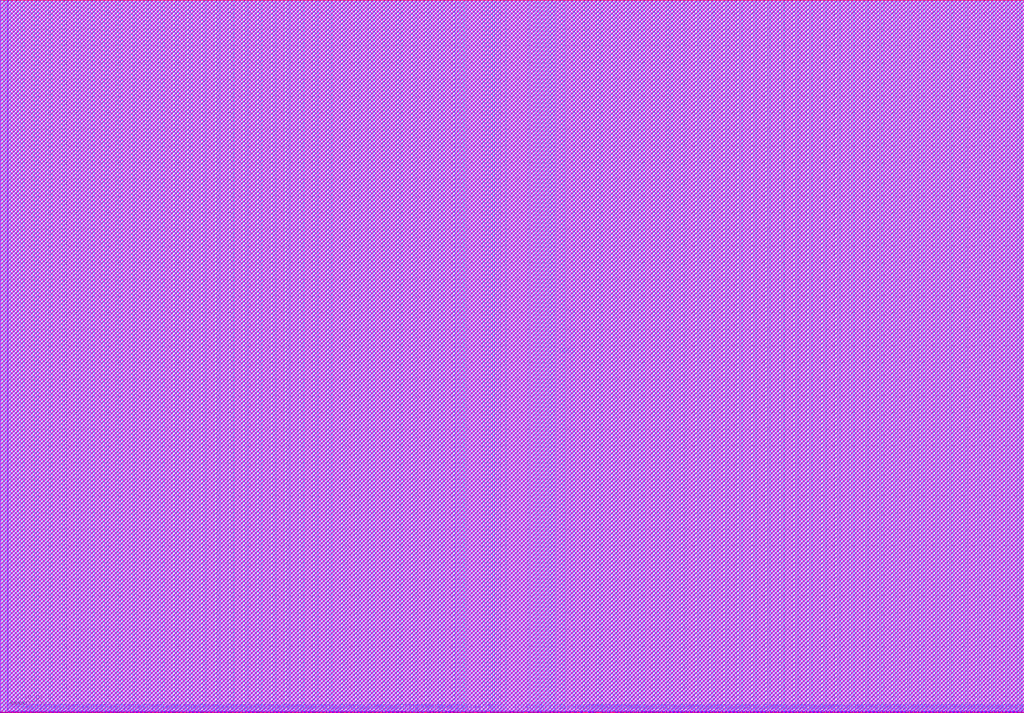
<source format=lef>
# Created by MC2 : Version 2010.02.00.a on 2022/02/24, 21:11:02

###############################################################################
#        Software       : TSMC MEMORY COMPILER 2010.02.00.a
#        Technology     : 65 nm CMOS LOGIC Low Power LowK Cu 1P10M 1.1
#                         Standard-vt logic, cell implant SRAM bit cell
#        Memory Type    : TSMC 65nm Low Power SPHS SRAM Without Redundancy
#        Library Name   : ts1n65lphsa1024x64m4f
#        Library Version: 210a
#        Generated Time : 2022/02/24, 21:11:02
###############################################################################
#
#STATEMENT OF USE
#
#This information contains confidential and proprietary information of TSMC.
#No part of this information may be reproduced, transmitted, transcribed,
#stored in a retrieval system, or translated into any human or computer
#language, in any form or by any means, electronic, mechanical, magnetic,
#optical, chemical, manual, or otherwise, without the prior written permission
#of TSMC. This information was prepared for informational purpose and is for
#use by TSMC's customers only. TSMC reserves the right to make changes in the
#information at any time and without notice.
#
###############################################################################
 
MACRO TS1N65LPHSA1024X64M4F
	CLASS BLOCK ;
	FOREIGN TS1N65LPHSA1024X64M4F 0.0 0.0 ;
	ORIGIN 0.0 0.0 ;
	SIZE 306.880 BY 213.850 ;
	SYMMETRY X Y R90 ;

	PIN A[0]
		DIRECTION INPUT ;
		USE SIGNAL ;
		PORT
			LAYER M2 ;
			RECT 157.670 0.000 158.070 0.430 ;
			LAYER M1 ;
			RECT 157.670 0.000 158.070 0.430 ;
			LAYER M3 ;
			RECT 157.670 0.000 158.070 0.430 ;
		END
	END A[0]

	PIN A[1]
		DIRECTION INPUT ;
		USE SIGNAL ;
		PORT
			LAYER M2 ;
			RECT 161.430 0.000 161.830 0.430 ;
			LAYER M1 ;
			RECT 161.430 0.000 161.830 0.430 ;
			LAYER M3 ;
			RECT 161.430 0.000 161.830 0.430 ;
		END
	END A[1]

	PIN A[2]
		DIRECTION INPUT ;
		USE SIGNAL ;
		PORT
			LAYER M1 ;
			RECT 138.170 0.000 138.570 0.430 ;
			LAYER M3 ;
			RECT 138.170 0.000 138.570 0.430 ;
			LAYER M2 ;
			RECT 138.170 0.000 138.570 0.430 ;
		END
	END A[2]

	PIN A[3]
		DIRECTION INPUT ;
		USE SIGNAL ;
		PORT
			LAYER M1 ;
			RECT 141.930 0.000 142.330 0.430 ;
			LAYER M2 ;
			RECT 141.930 0.000 142.330 0.430 ;
			LAYER M3 ;
			RECT 141.930 0.000 142.330 0.430 ;
		END
	END A[3]

	PIN A[4]
		DIRECTION INPUT ;
		USE SIGNAL ;
		PORT
			LAYER M3 ;
			RECT 138.870 0.000 139.270 0.430 ;
			LAYER M2 ;
			RECT 138.870 0.000 139.270 0.430 ;
			LAYER M1 ;
			RECT 138.870 0.000 139.270 0.430 ;
		END
	END A[4]

	PIN A[5]
		DIRECTION INPUT ;
		USE SIGNAL ;
		PORT
			LAYER M3 ;
			RECT 142.630 0.000 143.030 0.430 ;
			LAYER M1 ;
			RECT 142.630 0.000 143.030 0.430 ;
			LAYER M2 ;
			RECT 142.630 0.000 143.030 0.430 ;
		END
	END A[5]

	PIN A[6]
		DIRECTION INPUT ;
		USE SIGNAL ;
		PORT
			LAYER M2 ;
			RECT 146.390 0.000 146.790 0.430 ;
			LAYER M1 ;
			RECT 146.390 0.000 146.790 0.430 ;
			LAYER M3 ;
			RECT 146.390 0.000 146.790 0.430 ;
		END
	END A[6]

	PIN A[7]
		DIRECTION INPUT ;
		USE SIGNAL ;
		PORT
			LAYER M1 ;
			RECT 145.690 0.000 146.090 0.430 ;
			LAYER M2 ;
			RECT 145.690 0.000 146.090 0.430 ;
			LAYER M3 ;
			RECT 145.690 0.000 146.090 0.430 ;
		END
	END A[7]

	PIN A[8]
		DIRECTION INPUT ;
		USE SIGNAL ;
		PORT
			LAYER M1 ;
			RECT 153.210 0.000 153.610 0.430 ;
			LAYER M3 ;
			RECT 153.210 0.000 153.610 0.430 ;
			LAYER M2 ;
			RECT 153.210 0.000 153.610 0.430 ;
		END
	END A[8]

	PIN A[9]
		DIRECTION INPUT ;
		USE SIGNAL ;
		PORT
			LAYER M3 ;
			RECT 156.970 0.000 157.370 0.430 ;
			LAYER M1 ;
			RECT 156.970 0.000 157.370 0.430 ;
			LAYER M2 ;
			RECT 156.970 0.000 157.370 0.430 ;
		END
	END A[9]

	PIN BWEB[0]
		DIRECTION INPUT ;
		USE SIGNAL ;
		PORT
			LAYER M2 ;
			RECT 2.340 0.000 2.740 0.430 ;
			LAYER M1 ;
			RECT 2.340 0.000 2.740 0.430 ;
			LAYER M3 ;
			RECT 2.340 0.000 2.740 0.430 ;
		END
	END BWEB[0]

	PIN BWEB[10]
		DIRECTION INPUT ;
		USE SIGNAL ;
		PORT
			LAYER M1 ;
			RECT 44.340 0.000 44.740 0.430 ;
			LAYER M2 ;
			RECT 44.340 0.000 44.740 0.430 ;
			LAYER M3 ;
			RECT 44.340 0.000 44.740 0.430 ;
		END
	END BWEB[10]

	PIN BWEB[11]
		DIRECTION INPUT ;
		USE SIGNAL ;
		PORT
			LAYER M2 ;
			RECT 48.540 0.000 48.940 0.430 ;
			LAYER M1 ;
			RECT 48.540 0.000 48.940 0.430 ;
			LAYER M3 ;
			RECT 48.540 0.000 48.940 0.430 ;
		END
	END BWEB[11]

	PIN BWEB[12]
		DIRECTION INPUT ;
		USE SIGNAL ;
		PORT
			LAYER M2 ;
			RECT 52.740 0.000 53.140 0.430 ;
			LAYER M3 ;
			RECT 52.740 0.000 53.140 0.430 ;
			LAYER M1 ;
			RECT 52.740 0.000 53.140 0.430 ;
		END
	END BWEB[12]

	PIN BWEB[13]
		DIRECTION INPUT ;
		USE SIGNAL ;
		PORT
			LAYER M2 ;
			RECT 56.940 0.000 57.340 0.430 ;
			LAYER M3 ;
			RECT 56.940 0.000 57.340 0.430 ;
			LAYER M1 ;
			RECT 56.940 0.000 57.340 0.430 ;
		END
	END BWEB[13]

	PIN BWEB[14]
		DIRECTION INPUT ;
		USE SIGNAL ;
		PORT
			LAYER M2 ;
			RECT 61.140 0.000 61.540 0.430 ;
			LAYER M1 ;
			RECT 61.140 0.000 61.540 0.430 ;
			LAYER M3 ;
			RECT 61.140 0.000 61.540 0.430 ;
		END
	END BWEB[14]

	PIN BWEB[15]
		DIRECTION INPUT ;
		USE SIGNAL ;
		PORT
			LAYER M3 ;
			RECT 65.340 0.000 65.740 0.430 ;
			LAYER M1 ;
			RECT 65.340 0.000 65.740 0.430 ;
			LAYER M2 ;
			RECT 65.340 0.000 65.740 0.430 ;
		END
	END BWEB[15]

	PIN BWEB[16]
		DIRECTION INPUT ;
		USE SIGNAL ;
		PORT
			LAYER M3 ;
			RECT 69.540 0.000 69.940 0.430 ;
			LAYER M1 ;
			RECT 69.540 0.000 69.940 0.430 ;
			LAYER M2 ;
			RECT 69.540 0.000 69.940 0.430 ;
		END
	END BWEB[16]

	PIN BWEB[17]
		DIRECTION INPUT ;
		USE SIGNAL ;
		PORT
			LAYER M2 ;
			RECT 73.740 0.000 74.140 0.430 ;
			LAYER M3 ;
			RECT 73.740 0.000 74.140 0.430 ;
			LAYER M1 ;
			RECT 73.740 0.000 74.140 0.430 ;
		END
	END BWEB[17]

	PIN BWEB[18]
		DIRECTION INPUT ;
		USE SIGNAL ;
		PORT
			LAYER M2 ;
			RECT 77.940 0.000 78.340 0.430 ;
			LAYER M3 ;
			RECT 77.940 0.000 78.340 0.430 ;
			LAYER M1 ;
			RECT 77.940 0.000 78.340 0.430 ;
		END
	END BWEB[18]

	PIN BWEB[19]
		DIRECTION INPUT ;
		USE SIGNAL ;
		PORT
			LAYER M1 ;
			RECT 82.140 0.000 82.540 0.430 ;
			LAYER M2 ;
			RECT 82.140 0.000 82.540 0.430 ;
			LAYER M3 ;
			RECT 82.140 0.000 82.540 0.430 ;
		END
	END BWEB[19]

	PIN BWEB[1]
		DIRECTION INPUT ;
		USE SIGNAL ;
		PORT
			LAYER M2 ;
			RECT 6.540 0.000 6.940 0.430 ;
			LAYER M1 ;
			RECT 6.540 0.000 6.940 0.430 ;
			LAYER M3 ;
			RECT 6.540 0.000 6.940 0.430 ;
		END
	END BWEB[1]

	PIN BWEB[20]
		DIRECTION INPUT ;
		USE SIGNAL ;
		PORT
			LAYER M3 ;
			RECT 86.340 0.000 86.740 0.430 ;
			LAYER M1 ;
			RECT 86.340 0.000 86.740 0.430 ;
			LAYER M2 ;
			RECT 86.340 0.000 86.740 0.430 ;
		END
	END BWEB[20]

	PIN BWEB[21]
		DIRECTION INPUT ;
		USE SIGNAL ;
		PORT
			LAYER M2 ;
			RECT 90.540 0.000 90.940 0.430 ;
			LAYER M3 ;
			RECT 90.540 0.000 90.940 0.430 ;
			LAYER M1 ;
			RECT 90.540 0.000 90.940 0.430 ;
		END
	END BWEB[21]

	PIN BWEB[22]
		DIRECTION INPUT ;
		USE SIGNAL ;
		PORT
			LAYER M3 ;
			RECT 94.740 0.000 95.140 0.430 ;
			LAYER M1 ;
			RECT 94.740 0.000 95.140 0.430 ;
			LAYER M2 ;
			RECT 94.740 0.000 95.140 0.430 ;
		END
	END BWEB[22]

	PIN BWEB[23]
		DIRECTION INPUT ;
		USE SIGNAL ;
		PORT
			LAYER M3 ;
			RECT 98.940 0.000 99.340 0.430 ;
			LAYER M1 ;
			RECT 98.940 0.000 99.340 0.430 ;
			LAYER M2 ;
			RECT 98.940 0.000 99.340 0.430 ;
		END
	END BWEB[23]

	PIN BWEB[24]
		DIRECTION INPUT ;
		USE SIGNAL ;
		PORT
			LAYER M2 ;
			RECT 103.140 0.000 103.540 0.430 ;
			LAYER M1 ;
			RECT 103.140 0.000 103.540 0.430 ;
			LAYER M3 ;
			RECT 103.140 0.000 103.540 0.430 ;
		END
	END BWEB[24]

	PIN BWEB[25]
		DIRECTION INPUT ;
		USE SIGNAL ;
		PORT
			LAYER M2 ;
			RECT 107.340 0.000 107.740 0.430 ;
			LAYER M1 ;
			RECT 107.340 0.000 107.740 0.430 ;
			LAYER M3 ;
			RECT 107.340 0.000 107.740 0.430 ;
		END
	END BWEB[25]

	PIN BWEB[26]
		DIRECTION INPUT ;
		USE SIGNAL ;
		PORT
			LAYER M3 ;
			RECT 111.540 0.000 111.940 0.430 ;
			LAYER M1 ;
			RECT 111.540 0.000 111.940 0.430 ;
			LAYER M2 ;
			RECT 111.540 0.000 111.940 0.430 ;
		END
	END BWEB[26]

	PIN BWEB[27]
		DIRECTION INPUT ;
		USE SIGNAL ;
		PORT
			LAYER M2 ;
			RECT 115.740 0.000 116.140 0.430 ;
			LAYER M1 ;
			RECT 115.740 0.000 116.140 0.430 ;
			LAYER M3 ;
			RECT 115.740 0.000 116.140 0.430 ;
		END
	END BWEB[27]

	PIN BWEB[28]
		DIRECTION INPUT ;
		USE SIGNAL ;
		PORT
			LAYER M3 ;
			RECT 119.630 0.000 120.030 0.430 ;
			LAYER M1 ;
			RECT 119.630 0.000 120.030 0.430 ;
			LAYER M2 ;
			RECT 119.630 0.000 120.030 0.430 ;
		END
	END BWEB[28]

	PIN BWEB[29]
		DIRECTION INPUT ;
		USE SIGNAL ;
		PORT
			LAYER M1 ;
			RECT 123.820 0.000 124.220 0.430 ;
			LAYER M3 ;
			RECT 123.820 0.000 124.220 0.430 ;
			LAYER M2 ;
			RECT 123.820 0.000 124.220 0.430 ;
		END
	END BWEB[29]

	PIN BWEB[2]
		DIRECTION INPUT ;
		USE SIGNAL ;
		PORT
			LAYER M3 ;
			RECT 10.740 0.000 11.140 0.430 ;
			LAYER M2 ;
			RECT 10.740 0.000 11.140 0.430 ;
			LAYER M1 ;
			RECT 10.740 0.000 11.140 0.430 ;
		END
	END BWEB[2]

	PIN BWEB[30]
		DIRECTION INPUT ;
		USE SIGNAL ;
		PORT
			LAYER M2 ;
			RECT 127.650 0.000 128.050 0.430 ;
			LAYER M3 ;
			RECT 127.650 0.000 128.050 0.430 ;
			LAYER M1 ;
			RECT 127.650 0.000 128.050 0.430 ;
		END
	END BWEB[30]

	PIN BWEB[31]
		DIRECTION INPUT ;
		USE SIGNAL ;
		PORT
			LAYER M1 ;
			RECT 131.880 0.000 132.280 0.430 ;
			LAYER M2 ;
			RECT 131.880 0.000 132.280 0.430 ;
			LAYER M3 ;
			RECT 131.880 0.000 132.280 0.430 ;
		END
	END BWEB[31]

	PIN BWEB[32]
		DIRECTION INPUT ;
		USE SIGNAL ;
		PORT
			LAYER M1 ;
			RECT 171.645 0.000 172.045 0.430 ;
			LAYER M2 ;
			RECT 171.645 0.000 172.045 0.430 ;
			LAYER M3 ;
			RECT 171.645 0.000 172.045 0.430 ;
		END
	END BWEB[32]

	PIN BWEB[33]
		DIRECTION INPUT ;
		USE SIGNAL ;
		PORT
			LAYER M2 ;
			RECT 175.895 0.000 176.295 0.430 ;
			LAYER M1 ;
			RECT 175.895 0.000 176.295 0.430 ;
			LAYER M3 ;
			RECT 175.895 0.000 176.295 0.430 ;
		END
	END BWEB[33]

	PIN BWEB[34]
		DIRECTION INPUT ;
		USE SIGNAL ;
		PORT
			LAYER M3 ;
			RECT 179.905 0.000 180.305 0.430 ;
			LAYER M1 ;
			RECT 179.905 0.000 180.305 0.430 ;
			LAYER M2 ;
			RECT 179.905 0.000 180.305 0.430 ;
		END
	END BWEB[34]

	PIN BWEB[35]
		DIRECTION INPUT ;
		USE SIGNAL ;
		PORT
			LAYER M1 ;
			RECT 183.395 0.000 183.795 0.430 ;
			LAYER M3 ;
			RECT 183.395 0.000 183.795 0.430 ;
			LAYER M2 ;
			RECT 183.395 0.000 183.795 0.430 ;
		END
	END BWEB[35]

	PIN BWEB[36]
		DIRECTION INPUT ;
		USE SIGNAL ;
		PORT
			LAYER M2 ;
			RECT 188.340 0.000 188.740 0.430 ;
			LAYER M3 ;
			RECT 188.340 0.000 188.740 0.430 ;
			LAYER M1 ;
			RECT 188.340 0.000 188.740 0.430 ;
		END
	END BWEB[36]

	PIN BWEB[37]
		DIRECTION INPUT ;
		USE SIGNAL ;
		PORT
			LAYER M1 ;
			RECT 192.540 0.000 192.940 0.430 ;
			LAYER M2 ;
			RECT 192.540 0.000 192.940 0.430 ;
			LAYER M3 ;
			RECT 192.540 0.000 192.940 0.430 ;
		END
	END BWEB[37]

	PIN BWEB[38]
		DIRECTION INPUT ;
		USE SIGNAL ;
		PORT
			LAYER M1 ;
			RECT 196.740 0.000 197.140 0.430 ;
			LAYER M3 ;
			RECT 196.740 0.000 197.140 0.430 ;
			LAYER M2 ;
			RECT 196.740 0.000 197.140 0.430 ;
		END
	END BWEB[38]

	PIN BWEB[39]
		DIRECTION INPUT ;
		USE SIGNAL ;
		PORT
			LAYER M2 ;
			RECT 200.940 0.000 201.340 0.430 ;
			LAYER M3 ;
			RECT 200.940 0.000 201.340 0.430 ;
			LAYER M1 ;
			RECT 200.940 0.000 201.340 0.430 ;
		END
	END BWEB[39]

	PIN BWEB[3]
		DIRECTION INPUT ;
		USE SIGNAL ;
		PORT
			LAYER M2 ;
			RECT 14.940 0.000 15.340 0.430 ;
			LAYER M3 ;
			RECT 14.940 0.000 15.340 0.430 ;
			LAYER M1 ;
			RECT 14.940 0.000 15.340 0.430 ;
		END
	END BWEB[3]

	PIN BWEB[40]
		DIRECTION INPUT ;
		USE SIGNAL ;
		PORT
			LAYER M1 ;
			RECT 205.140 0.000 205.540 0.430 ;
			LAYER M2 ;
			RECT 205.140 0.000 205.540 0.430 ;
			LAYER M3 ;
			RECT 205.140 0.000 205.540 0.430 ;
		END
	END BWEB[40]

	PIN BWEB[41]
		DIRECTION INPUT ;
		USE SIGNAL ;
		PORT
			LAYER M3 ;
			RECT 209.340 0.000 209.740 0.430 ;
			LAYER M1 ;
			RECT 209.340 0.000 209.740 0.430 ;
			LAYER M2 ;
			RECT 209.340 0.000 209.740 0.430 ;
		END
	END BWEB[41]

	PIN BWEB[42]
		DIRECTION INPUT ;
		USE SIGNAL ;
		PORT
			LAYER M2 ;
			RECT 213.540 0.000 213.940 0.430 ;
			LAYER M3 ;
			RECT 213.540 0.000 213.940 0.430 ;
			LAYER M1 ;
			RECT 213.540 0.000 213.940 0.430 ;
		END
	END BWEB[42]

	PIN BWEB[43]
		DIRECTION INPUT ;
		USE SIGNAL ;
		PORT
			LAYER M3 ;
			RECT 217.740 0.000 218.140 0.430 ;
			LAYER M1 ;
			RECT 217.740 0.000 218.140 0.430 ;
			LAYER M2 ;
			RECT 217.740 0.000 218.140 0.430 ;
		END
	END BWEB[43]

	PIN BWEB[44]
		DIRECTION INPUT ;
		USE SIGNAL ;
		PORT
			LAYER M2 ;
			RECT 221.940 0.000 222.340 0.430 ;
			LAYER M3 ;
			RECT 221.940 0.000 222.340 0.430 ;
			LAYER M1 ;
			RECT 221.940 0.000 222.340 0.430 ;
		END
	END BWEB[44]

	PIN BWEB[45]
		DIRECTION INPUT ;
		USE SIGNAL ;
		PORT
			LAYER M1 ;
			RECT 226.140 0.000 226.540 0.430 ;
			LAYER M3 ;
			RECT 226.140 0.000 226.540 0.430 ;
			LAYER M2 ;
			RECT 226.140 0.000 226.540 0.430 ;
		END
	END BWEB[45]

	PIN BWEB[46]
		DIRECTION INPUT ;
		USE SIGNAL ;
		PORT
			LAYER M3 ;
			RECT 230.340 0.000 230.740 0.430 ;
			LAYER M1 ;
			RECT 230.340 0.000 230.740 0.430 ;
			LAYER M2 ;
			RECT 230.340 0.000 230.740 0.430 ;
		END
	END BWEB[46]

	PIN BWEB[47]
		DIRECTION INPUT ;
		USE SIGNAL ;
		PORT
			LAYER M1 ;
			RECT 234.540 0.000 234.940 0.430 ;
			LAYER M3 ;
			RECT 234.540 0.000 234.940 0.430 ;
			LAYER M2 ;
			RECT 234.540 0.000 234.940 0.430 ;
		END
	END BWEB[47]

	PIN BWEB[48]
		DIRECTION INPUT ;
		USE SIGNAL ;
		PORT
			LAYER M2 ;
			RECT 238.740 0.000 239.140 0.430 ;
			LAYER M3 ;
			RECT 238.740 0.000 239.140 0.430 ;
			LAYER M1 ;
			RECT 238.740 0.000 239.140 0.430 ;
		END
	END BWEB[48]

	PIN BWEB[49]
		DIRECTION INPUT ;
		USE SIGNAL ;
		PORT
			LAYER M1 ;
			RECT 242.940 0.000 243.340 0.430 ;
			LAYER M3 ;
			RECT 242.940 0.000 243.340 0.430 ;
			LAYER M2 ;
			RECT 242.940 0.000 243.340 0.430 ;
		END
	END BWEB[49]

	PIN BWEB[4]
		DIRECTION INPUT ;
		USE SIGNAL ;
		PORT
			LAYER M3 ;
			RECT 19.140 0.000 19.540 0.430 ;
			LAYER M1 ;
			RECT 19.140 0.000 19.540 0.430 ;
			LAYER M2 ;
			RECT 19.140 0.000 19.540 0.430 ;
		END
	END BWEB[4]

	PIN BWEB[50]
		DIRECTION INPUT ;
		USE SIGNAL ;
		PORT
			LAYER M2 ;
			RECT 247.140 0.000 247.540 0.430 ;
			LAYER M3 ;
			RECT 247.140 0.000 247.540 0.430 ;
			LAYER M1 ;
			RECT 247.140 0.000 247.540 0.430 ;
		END
	END BWEB[50]

	PIN BWEB[51]
		DIRECTION INPUT ;
		USE SIGNAL ;
		PORT
			LAYER M1 ;
			RECT 251.340 0.000 251.740 0.430 ;
			LAYER M2 ;
			RECT 251.340 0.000 251.740 0.430 ;
			LAYER M3 ;
			RECT 251.340 0.000 251.740 0.430 ;
		END
	END BWEB[51]

	PIN BWEB[52]
		DIRECTION INPUT ;
		USE SIGNAL ;
		PORT
			LAYER M1 ;
			RECT 255.540 0.000 255.940 0.430 ;
			LAYER M2 ;
			RECT 255.540 0.000 255.940 0.430 ;
			LAYER M3 ;
			RECT 255.540 0.000 255.940 0.430 ;
		END
	END BWEB[52]

	PIN BWEB[53]
		DIRECTION INPUT ;
		USE SIGNAL ;
		PORT
			LAYER M2 ;
			RECT 259.740 0.000 260.140 0.430 ;
			LAYER M3 ;
			RECT 259.740 0.000 260.140 0.430 ;
			LAYER M1 ;
			RECT 259.740 0.000 260.140 0.430 ;
		END
	END BWEB[53]

	PIN BWEB[54]
		DIRECTION INPUT ;
		USE SIGNAL ;
		PORT
			LAYER M3 ;
			RECT 263.940 0.000 264.340 0.430 ;
			LAYER M1 ;
			RECT 263.940 0.000 264.340 0.430 ;
			LAYER M2 ;
			RECT 263.940 0.000 264.340 0.430 ;
		END
	END BWEB[54]

	PIN BWEB[55]
		DIRECTION INPUT ;
		USE SIGNAL ;
		PORT
			LAYER M1 ;
			RECT 268.140 0.000 268.540 0.430 ;
			LAYER M3 ;
			RECT 268.140 0.000 268.540 0.430 ;
			LAYER M2 ;
			RECT 268.140 0.000 268.540 0.430 ;
		END
	END BWEB[55]

	PIN BWEB[56]
		DIRECTION INPUT ;
		USE SIGNAL ;
		PORT
			LAYER M2 ;
			RECT 272.340 0.000 272.740 0.430 ;
			LAYER M1 ;
			RECT 272.340 0.000 272.740 0.430 ;
			LAYER M3 ;
			RECT 272.340 0.000 272.740 0.430 ;
		END
	END BWEB[56]

	PIN BWEB[57]
		DIRECTION INPUT ;
		USE SIGNAL ;
		PORT
			LAYER M2 ;
			RECT 276.540 0.000 276.940 0.430 ;
			LAYER M3 ;
			RECT 276.540 0.000 276.940 0.430 ;
			LAYER M1 ;
			RECT 276.540 0.000 276.940 0.430 ;
		END
	END BWEB[57]

	PIN BWEB[58]
		DIRECTION INPUT ;
		USE SIGNAL ;
		PORT
			LAYER M2 ;
			RECT 280.740 0.000 281.140 0.430 ;
			LAYER M3 ;
			RECT 280.740 0.000 281.140 0.430 ;
			LAYER M1 ;
			RECT 280.740 0.000 281.140 0.430 ;
		END
	END BWEB[58]

	PIN BWEB[59]
		DIRECTION INPUT ;
		USE SIGNAL ;
		PORT
			LAYER M2 ;
			RECT 284.940 0.000 285.340 0.430 ;
			LAYER M3 ;
			RECT 284.940 0.000 285.340 0.430 ;
			LAYER M1 ;
			RECT 284.940 0.000 285.340 0.430 ;
		END
	END BWEB[59]

	PIN BWEB[5]
		DIRECTION INPUT ;
		USE SIGNAL ;
		PORT
			LAYER M3 ;
			RECT 23.340 0.000 23.740 0.430 ;
			LAYER M2 ;
			RECT 23.340 0.000 23.740 0.430 ;
			LAYER M1 ;
			RECT 23.340 0.000 23.740 0.430 ;
		END
	END BWEB[5]

	PIN BWEB[60]
		DIRECTION INPUT ;
		USE SIGNAL ;
		PORT
			LAYER M3 ;
			RECT 289.140 0.000 289.540 0.430 ;
			LAYER M1 ;
			RECT 289.140 0.000 289.540 0.430 ;
			LAYER M2 ;
			RECT 289.140 0.000 289.540 0.430 ;
		END
	END BWEB[60]

	PIN BWEB[61]
		DIRECTION INPUT ;
		USE SIGNAL ;
		PORT
			LAYER M1 ;
			RECT 293.340 0.000 293.740 0.430 ;
			LAYER M2 ;
			RECT 293.340 0.000 293.740 0.430 ;
			LAYER M3 ;
			RECT 293.340 0.000 293.740 0.430 ;
		END
	END BWEB[61]

	PIN BWEB[62]
		DIRECTION INPUT ;
		USE SIGNAL ;
		PORT
			LAYER M1 ;
			RECT 297.540 0.000 297.940 0.430 ;
			LAYER M2 ;
			RECT 297.540 0.000 297.940 0.430 ;
			LAYER M3 ;
			RECT 297.540 0.000 297.940 0.430 ;
		END
	END BWEB[62]

	PIN BWEB[63]
		DIRECTION INPUT ;
		USE SIGNAL ;
		PORT
			LAYER M1 ;
			RECT 301.740 0.000 302.140 0.430 ;
			LAYER M2 ;
			RECT 301.740 0.000 302.140 0.430 ;
			LAYER M3 ;
			RECT 301.740 0.000 302.140 0.430 ;
		END
	END BWEB[63]

	PIN BWEB[6]
		DIRECTION INPUT ;
		USE SIGNAL ;
		PORT
			LAYER M3 ;
			RECT 27.540 0.000 27.940 0.430 ;
			LAYER M1 ;
			RECT 27.540 0.000 27.940 0.430 ;
			LAYER M2 ;
			RECT 27.540 0.000 27.940 0.430 ;
		END
	END BWEB[6]

	PIN BWEB[7]
		DIRECTION INPUT ;
		USE SIGNAL ;
		PORT
			LAYER M2 ;
			RECT 31.740 0.000 32.140 0.430 ;
			LAYER M1 ;
			RECT 31.740 0.000 32.140 0.430 ;
			LAYER M3 ;
			RECT 31.740 0.000 32.140 0.430 ;
		END
	END BWEB[7]

	PIN BWEB[8]
		DIRECTION INPUT ;
		USE SIGNAL ;
		PORT
			LAYER M1 ;
			RECT 35.940 0.000 36.340 0.430 ;
			LAYER M2 ;
			RECT 35.940 0.000 36.340 0.430 ;
			LAYER M3 ;
			RECT 35.940 0.000 36.340 0.430 ;
		END
	END BWEB[8]

	PIN BWEB[9]
		DIRECTION INPUT ;
		USE SIGNAL ;
		PORT
			LAYER M3 ;
			RECT 40.140 0.000 40.540 0.430 ;
			LAYER M1 ;
			RECT 40.140 0.000 40.540 0.430 ;
			LAYER M2 ;
			RECT 40.140 0.000 40.540 0.430 ;
		END
	END BWEB[9]

	PIN CEB
		DIRECTION INPUT ;
		USE SIGNAL ;
		PORT
			LAYER M3 ;
			RECT 169.580 0.000 169.980 0.430 ;
			LAYER M1 ;
			RECT 169.580 0.000 169.980 0.430 ;
			LAYER M2 ;
			RECT 169.580 0.000 169.980 0.430 ;
		END
	END CEB

	PIN CLK
		DIRECTION INPUT ;
		USE SIGNAL ;
		PORT
			LAYER M1 ;
			RECT 167.270 0.000 167.670 0.430 ;
			LAYER M3 ;
			RECT 167.270 0.000 167.670 0.430 ;
			LAYER M2 ;
			RECT 167.270 0.000 167.670 0.430 ;
		END
	END CLK

	PIN D[0]
		DIRECTION INPUT ;
		USE SIGNAL ;
		PORT
			LAYER M2 ;
			RECT 4.740 0.000 5.140 0.430 ;
			LAYER M3 ;
			RECT 4.740 0.000 5.140 0.430 ;
			LAYER M1 ;
			RECT 4.740 0.000 5.140 0.430 ;
		END
	END D[0]

	PIN D[10]
		DIRECTION INPUT ;
		USE SIGNAL ;
		PORT
			LAYER M3 ;
			RECT 46.740 0.000 47.140 0.430 ;
			LAYER M2 ;
			RECT 46.740 0.000 47.140 0.430 ;
			LAYER M1 ;
			RECT 46.740 0.000 47.140 0.430 ;
		END
	END D[10]

	PIN D[11]
		DIRECTION INPUT ;
		USE SIGNAL ;
		PORT
			LAYER M1 ;
			RECT 50.940 0.000 51.340 0.430 ;
			LAYER M2 ;
			RECT 50.940 0.000 51.340 0.430 ;
			LAYER M3 ;
			RECT 50.940 0.000 51.340 0.430 ;
		END
	END D[11]

	PIN D[12]
		DIRECTION INPUT ;
		USE SIGNAL ;
		PORT
			LAYER M1 ;
			RECT 55.140 0.000 55.540 0.430 ;
			LAYER M2 ;
			RECT 55.140 0.000 55.540 0.430 ;
			LAYER M3 ;
			RECT 55.140 0.000 55.540 0.430 ;
		END
	END D[12]

	PIN D[13]
		DIRECTION INPUT ;
		USE SIGNAL ;
		PORT
			LAYER M2 ;
			RECT 59.340 0.000 59.740 0.430 ;
			LAYER M3 ;
			RECT 59.340 0.000 59.740 0.430 ;
			LAYER M1 ;
			RECT 59.340 0.000 59.740 0.430 ;
		END
	END D[13]

	PIN D[14]
		DIRECTION INPUT ;
		USE SIGNAL ;
		PORT
			LAYER M1 ;
			RECT 63.540 0.000 63.940 0.430 ;
			LAYER M2 ;
			RECT 63.540 0.000 63.940 0.430 ;
			LAYER M3 ;
			RECT 63.540 0.000 63.940 0.430 ;
		END
	END D[14]

	PIN D[15]
		DIRECTION INPUT ;
		USE SIGNAL ;
		PORT
			LAYER M1 ;
			RECT 67.740 0.000 68.140 0.430 ;
			LAYER M2 ;
			RECT 67.740 0.000 68.140 0.430 ;
			LAYER M3 ;
			RECT 67.740 0.000 68.140 0.430 ;
		END
	END D[15]

	PIN D[16]
		DIRECTION INPUT ;
		USE SIGNAL ;
		PORT
			LAYER M3 ;
			RECT 71.940 0.000 72.340 0.430 ;
			LAYER M1 ;
			RECT 71.940 0.000 72.340 0.430 ;
			LAYER M2 ;
			RECT 71.940 0.000 72.340 0.430 ;
		END
	END D[16]

	PIN D[17]
		DIRECTION INPUT ;
		USE SIGNAL ;
		PORT
			LAYER M3 ;
			RECT 76.140 0.000 76.540 0.430 ;
			LAYER M1 ;
			RECT 76.140 0.000 76.540 0.430 ;
			LAYER M2 ;
			RECT 76.140 0.000 76.540 0.430 ;
		END
	END D[17]

	PIN D[18]
		DIRECTION INPUT ;
		USE SIGNAL ;
		PORT
			LAYER M2 ;
			RECT 80.340 0.000 80.740 0.430 ;
			LAYER M3 ;
			RECT 80.340 0.000 80.740 0.430 ;
			LAYER M1 ;
			RECT 80.340 0.000 80.740 0.430 ;
		END
	END D[18]

	PIN D[19]
		DIRECTION INPUT ;
		USE SIGNAL ;
		PORT
			LAYER M2 ;
			RECT 84.540 0.000 84.940 0.430 ;
			LAYER M3 ;
			RECT 84.540 0.000 84.940 0.430 ;
			LAYER M1 ;
			RECT 84.540 0.000 84.940 0.430 ;
		END
	END D[19]

	PIN D[1]
		DIRECTION INPUT ;
		USE SIGNAL ;
		PORT
			LAYER M2 ;
			RECT 8.940 0.000 9.340 0.430 ;
			LAYER M3 ;
			RECT 8.940 0.000 9.340 0.430 ;
			LAYER M1 ;
			RECT 8.940 0.000 9.340 0.430 ;
		END
	END D[1]

	PIN D[20]
		DIRECTION INPUT ;
		USE SIGNAL ;
		PORT
			LAYER M2 ;
			RECT 88.740 0.000 89.140 0.430 ;
			LAYER M3 ;
			RECT 88.740 0.000 89.140 0.430 ;
			LAYER M1 ;
			RECT 88.740 0.000 89.140 0.430 ;
		END
	END D[20]

	PIN D[21]
		DIRECTION INPUT ;
		USE SIGNAL ;
		PORT
			LAYER M2 ;
			RECT 92.940 0.000 93.340 0.430 ;
			LAYER M3 ;
			RECT 92.940 0.000 93.340 0.430 ;
			LAYER M1 ;
			RECT 92.940 0.000 93.340 0.430 ;
		END
	END D[21]

	PIN D[22]
		DIRECTION INPUT ;
		USE SIGNAL ;
		PORT
			LAYER M2 ;
			RECT 97.140 0.000 97.540 0.430 ;
			LAYER M1 ;
			RECT 97.140 0.000 97.540 0.430 ;
			LAYER M3 ;
			RECT 97.140 0.000 97.540 0.430 ;
		END
	END D[22]

	PIN D[23]
		DIRECTION INPUT ;
		USE SIGNAL ;
		PORT
			LAYER M2 ;
			RECT 101.340 0.000 101.740 0.430 ;
			LAYER M1 ;
			RECT 101.340 0.000 101.740 0.430 ;
			LAYER M3 ;
			RECT 101.340 0.000 101.740 0.430 ;
		END
	END D[23]

	PIN D[24]
		DIRECTION INPUT ;
		USE SIGNAL ;
		PORT
			LAYER M3 ;
			RECT 105.540 0.000 105.940 0.430 ;
			LAYER M1 ;
			RECT 105.540 0.000 105.940 0.430 ;
			LAYER M2 ;
			RECT 105.540 0.000 105.940 0.430 ;
		END
	END D[24]

	PIN D[25]
		DIRECTION INPUT ;
		USE SIGNAL ;
		PORT
			LAYER M1 ;
			RECT 109.740 0.000 110.140 0.430 ;
			LAYER M2 ;
			RECT 109.740 0.000 110.140 0.430 ;
			LAYER M3 ;
			RECT 109.740 0.000 110.140 0.430 ;
		END
	END D[25]

	PIN D[26]
		DIRECTION INPUT ;
		USE SIGNAL ;
		PORT
			LAYER M1 ;
			RECT 113.940 0.000 114.340 0.430 ;
			LAYER M2 ;
			RECT 113.940 0.000 114.340 0.430 ;
			LAYER M3 ;
			RECT 113.940 0.000 114.340 0.430 ;
		END
	END D[26]

	PIN D[27]
		DIRECTION INPUT ;
		USE SIGNAL ;
		PORT
			LAYER M1 ;
			RECT 118.140 0.000 118.540 0.430 ;
			LAYER M2 ;
			RECT 118.140 0.000 118.540 0.430 ;
			LAYER M3 ;
			RECT 118.140 0.000 118.540 0.430 ;
		END
	END D[27]

	PIN D[28]
		DIRECTION INPUT ;
		USE SIGNAL ;
		PORT
			LAYER M2 ;
			RECT 122.710 0.000 123.110 0.430 ;
			LAYER M3 ;
			RECT 122.710 0.000 123.110 0.430 ;
			LAYER M1 ;
			RECT 122.710 0.000 123.110 0.430 ;
		END
	END D[28]

	PIN D[29]
		DIRECTION INPUT ;
		USE SIGNAL ;
		PORT
			LAYER M2 ;
			RECT 126.980 0.000 127.380 0.430 ;
			LAYER M3 ;
			RECT 126.980 0.000 127.380 0.430 ;
			LAYER M1 ;
			RECT 126.980 0.000 127.380 0.430 ;
		END
	END D[29]

	PIN D[2]
		DIRECTION INPUT ;
		USE SIGNAL ;
		PORT
			LAYER M2 ;
			RECT 13.140 0.000 13.540 0.430 ;
			LAYER M1 ;
			RECT 13.140 0.000 13.540 0.430 ;
			LAYER M3 ;
			RECT 13.140 0.000 13.540 0.430 ;
		END
	END D[2]

	PIN D[30]
		DIRECTION INPUT ;
		USE SIGNAL ;
		PORT
			LAYER M2 ;
			RECT 130.670 0.000 131.070 0.430 ;
			LAYER M1 ;
			RECT 130.670 0.000 131.070 0.430 ;
			LAYER M3 ;
			RECT 130.670 0.000 131.070 0.430 ;
		END
	END D[30]

	PIN D[31]
		DIRECTION INPUT ;
		USE SIGNAL ;
		PORT
			LAYER M2 ;
			RECT 135.160 0.000 135.560 0.430 ;
			LAYER M1 ;
			RECT 135.160 0.000 135.560 0.430 ;
			LAYER M3 ;
			RECT 135.160 0.000 135.560 0.430 ;
		END
	END D[31]

	PIN D[32]
		DIRECTION INPUT ;
		USE SIGNAL ;
		PORT
			LAYER M2 ;
			RECT 174.645 0.000 175.045 0.430 ;
			LAYER M3 ;
			RECT 174.645 0.000 175.045 0.430 ;
			LAYER M1 ;
			RECT 174.645 0.000 175.045 0.430 ;
		END
	END D[32]

	PIN D[33]
		DIRECTION INPUT ;
		USE SIGNAL ;
		PORT
			LAYER M2 ;
			RECT 178.615 0.000 179.015 0.430 ;
			LAYER M3 ;
			RECT 178.615 0.000 179.015 0.430 ;
			LAYER M1 ;
			RECT 178.615 0.000 179.015 0.430 ;
		END
	END D[33]

	PIN D[34]
		DIRECTION INPUT ;
		USE SIGNAL ;
		PORT
			LAYER M1 ;
			RECT 182.795 0.000 183.195 0.430 ;
			LAYER M3 ;
			RECT 182.795 0.000 183.195 0.430 ;
			LAYER M2 ;
			RECT 182.795 0.000 183.195 0.430 ;
		END
	END D[34]

	PIN D[35]
		DIRECTION INPUT ;
		USE SIGNAL ;
		PORT
			LAYER M3 ;
			RECT 187.050 0.000 187.450 0.430 ;
			LAYER M2 ;
			RECT 187.050 0.000 187.450 0.430 ;
			LAYER M1 ;
			RECT 187.050 0.000 187.450 0.430 ;
		END
	END D[35]

	PIN D[36]
		DIRECTION INPUT ;
		USE SIGNAL ;
		PORT
			LAYER M2 ;
			RECT 190.740 0.000 191.140 0.430 ;
			LAYER M3 ;
			RECT 190.740 0.000 191.140 0.430 ;
			LAYER M1 ;
			RECT 190.740 0.000 191.140 0.430 ;
		END
	END D[36]

	PIN D[37]
		DIRECTION INPUT ;
		USE SIGNAL ;
		PORT
			LAYER M2 ;
			RECT 194.940 0.000 195.340 0.430 ;
			LAYER M3 ;
			RECT 194.940 0.000 195.340 0.430 ;
			LAYER M1 ;
			RECT 194.940 0.000 195.340 0.430 ;
		END
	END D[37]

	PIN D[38]
		DIRECTION INPUT ;
		USE SIGNAL ;
		PORT
			LAYER M2 ;
			RECT 199.140 0.000 199.540 0.430 ;
			LAYER M3 ;
			RECT 199.140 0.000 199.540 0.430 ;
			LAYER M1 ;
			RECT 199.140 0.000 199.540 0.430 ;
		END
	END D[38]

	PIN D[39]
		DIRECTION INPUT ;
		USE SIGNAL ;
		PORT
			LAYER M3 ;
			RECT 203.340 0.000 203.740 0.430 ;
			LAYER M1 ;
			RECT 203.340 0.000 203.740 0.430 ;
			LAYER M2 ;
			RECT 203.340 0.000 203.740 0.430 ;
		END
	END D[39]

	PIN D[3]
		DIRECTION INPUT ;
		USE SIGNAL ;
		PORT
			LAYER M1 ;
			RECT 17.340 0.000 17.740 0.430 ;
			LAYER M2 ;
			RECT 17.340 0.000 17.740 0.430 ;
			LAYER M3 ;
			RECT 17.340 0.000 17.740 0.430 ;
		END
	END D[3]

	PIN D[40]
		DIRECTION INPUT ;
		USE SIGNAL ;
		PORT
			LAYER M3 ;
			RECT 207.540 0.000 207.940 0.430 ;
			LAYER M2 ;
			RECT 207.540 0.000 207.940 0.430 ;
			LAYER M1 ;
			RECT 207.540 0.000 207.940 0.430 ;
		END
	END D[40]

	PIN D[41]
		DIRECTION INPUT ;
		USE SIGNAL ;
		PORT
			LAYER M2 ;
			RECT 211.740 0.000 212.140 0.430 ;
			LAYER M3 ;
			RECT 211.740 0.000 212.140 0.430 ;
			LAYER M1 ;
			RECT 211.740 0.000 212.140 0.430 ;
		END
	END D[41]

	PIN D[42]
		DIRECTION INPUT ;
		USE SIGNAL ;
		PORT
			LAYER M1 ;
			RECT 215.940 0.000 216.340 0.430 ;
			LAYER M2 ;
			RECT 215.940 0.000 216.340 0.430 ;
			LAYER M3 ;
			RECT 215.940 0.000 216.340 0.430 ;
		END
	END D[42]

	PIN D[43]
		DIRECTION INPUT ;
		USE SIGNAL ;
		PORT
			LAYER M3 ;
			RECT 220.140 0.000 220.540 0.430 ;
			LAYER M1 ;
			RECT 220.140 0.000 220.540 0.430 ;
			LAYER M2 ;
			RECT 220.140 0.000 220.540 0.430 ;
		END
	END D[43]

	PIN D[44]
		DIRECTION INPUT ;
		USE SIGNAL ;
		PORT
			LAYER M2 ;
			RECT 224.340 0.000 224.740 0.430 ;
			LAYER M1 ;
			RECT 224.340 0.000 224.740 0.430 ;
			LAYER M3 ;
			RECT 224.340 0.000 224.740 0.430 ;
		END
	END D[44]

	PIN D[45]
		DIRECTION INPUT ;
		USE SIGNAL ;
		PORT
			LAYER M2 ;
			RECT 228.540 0.000 228.940 0.430 ;
			LAYER M1 ;
			RECT 228.540 0.000 228.940 0.430 ;
			LAYER M3 ;
			RECT 228.540 0.000 228.940 0.430 ;
		END
	END D[45]

	PIN D[46]
		DIRECTION INPUT ;
		USE SIGNAL ;
		PORT
			LAYER M2 ;
			RECT 232.740 0.000 233.140 0.430 ;
			LAYER M1 ;
			RECT 232.740 0.000 233.140 0.430 ;
			LAYER M3 ;
			RECT 232.740 0.000 233.140 0.430 ;
		END
	END D[46]

	PIN D[47]
		DIRECTION INPUT ;
		USE SIGNAL ;
		PORT
			LAYER M3 ;
			RECT 236.940 0.000 237.340 0.430 ;
			LAYER M1 ;
			RECT 236.940 0.000 237.340 0.430 ;
			LAYER M2 ;
			RECT 236.940 0.000 237.340 0.430 ;
		END
	END D[47]

	PIN D[48]
		DIRECTION INPUT ;
		USE SIGNAL ;
		PORT
			LAYER M1 ;
			RECT 241.140 0.000 241.540 0.430 ;
			LAYER M2 ;
			RECT 241.140 0.000 241.540 0.430 ;
			LAYER M3 ;
			RECT 241.140 0.000 241.540 0.430 ;
		END
	END D[48]

	PIN D[49]
		DIRECTION INPUT ;
		USE SIGNAL ;
		PORT
			LAYER M1 ;
			RECT 245.340 0.000 245.740 0.430 ;
			LAYER M2 ;
			RECT 245.340 0.000 245.740 0.430 ;
			LAYER M3 ;
			RECT 245.340 0.000 245.740 0.430 ;
		END
	END D[49]

	PIN D[4]
		DIRECTION INPUT ;
		USE SIGNAL ;
		PORT
			LAYER M2 ;
			RECT 21.540 0.000 21.940 0.430 ;
			LAYER M3 ;
			RECT 21.540 0.000 21.940 0.430 ;
			LAYER M1 ;
			RECT 21.540 0.000 21.940 0.430 ;
		END
	END D[4]

	PIN D[50]
		DIRECTION INPUT ;
		USE SIGNAL ;
		PORT
			LAYER M2 ;
			RECT 249.540 0.000 249.940 0.430 ;
			LAYER M1 ;
			RECT 249.540 0.000 249.940 0.430 ;
			LAYER M3 ;
			RECT 249.540 0.000 249.940 0.430 ;
		END
	END D[50]

	PIN D[51]
		DIRECTION INPUT ;
		USE SIGNAL ;
		PORT
			LAYER M3 ;
			RECT 253.740 0.000 254.140 0.430 ;
			LAYER M1 ;
			RECT 253.740 0.000 254.140 0.430 ;
			LAYER M2 ;
			RECT 253.740 0.000 254.140 0.430 ;
		END
	END D[51]

	PIN D[52]
		DIRECTION INPUT ;
		USE SIGNAL ;
		PORT
			LAYER M2 ;
			RECT 257.940 0.000 258.340 0.430 ;
			LAYER M3 ;
			RECT 257.940 0.000 258.340 0.430 ;
			LAYER M1 ;
			RECT 257.940 0.000 258.340 0.430 ;
		END
	END D[52]

	PIN D[53]
		DIRECTION INPUT ;
		USE SIGNAL ;
		PORT
			LAYER M2 ;
			RECT 262.140 0.000 262.540 0.430 ;
			LAYER M1 ;
			RECT 262.140 0.000 262.540 0.430 ;
			LAYER M3 ;
			RECT 262.140 0.000 262.540 0.430 ;
		END
	END D[53]

	PIN D[54]
		DIRECTION INPUT ;
		USE SIGNAL ;
		PORT
			LAYER M2 ;
			RECT 266.340 0.000 266.740 0.430 ;
			LAYER M3 ;
			RECT 266.340 0.000 266.740 0.430 ;
			LAYER M1 ;
			RECT 266.340 0.000 266.740 0.430 ;
		END
	END D[54]

	PIN D[55]
		DIRECTION INPUT ;
		USE SIGNAL ;
		PORT
			LAYER M1 ;
			RECT 270.540 0.000 270.940 0.430 ;
			LAYER M2 ;
			RECT 270.540 0.000 270.940 0.430 ;
			LAYER M3 ;
			RECT 270.540 0.000 270.940 0.430 ;
		END
	END D[55]

	PIN D[56]
		DIRECTION INPUT ;
		USE SIGNAL ;
		PORT
			LAYER M3 ;
			RECT 274.740 0.000 275.140 0.430 ;
			LAYER M1 ;
			RECT 274.740 0.000 275.140 0.430 ;
			LAYER M2 ;
			RECT 274.740 0.000 275.140 0.430 ;
		END
	END D[56]

	PIN D[57]
		DIRECTION INPUT ;
		USE SIGNAL ;
		PORT
			LAYER M1 ;
			RECT 278.940 0.000 279.340 0.430 ;
			LAYER M2 ;
			RECT 278.940 0.000 279.340 0.430 ;
			LAYER M3 ;
			RECT 278.940 0.000 279.340 0.430 ;
		END
	END D[57]

	PIN D[58]
		DIRECTION INPUT ;
		USE SIGNAL ;
		PORT
			LAYER M2 ;
			RECT 283.140 0.000 283.540 0.430 ;
			LAYER M3 ;
			RECT 283.140 0.000 283.540 0.430 ;
			LAYER M1 ;
			RECT 283.140 0.000 283.540 0.430 ;
		END
	END D[58]

	PIN D[59]
		DIRECTION INPUT ;
		USE SIGNAL ;
		PORT
			LAYER M1 ;
			RECT 287.340 0.000 287.740 0.430 ;
			LAYER M2 ;
			RECT 287.340 0.000 287.740 0.430 ;
			LAYER M3 ;
			RECT 287.340 0.000 287.740 0.430 ;
		END
	END D[59]

	PIN D[5]
		DIRECTION INPUT ;
		USE SIGNAL ;
		PORT
			LAYER M3 ;
			RECT 25.740 0.000 26.140 0.430 ;
			LAYER M1 ;
			RECT 25.740 0.000 26.140 0.430 ;
			LAYER M2 ;
			RECT 25.740 0.000 26.140 0.430 ;
		END
	END D[5]

	PIN D[60]
		DIRECTION INPUT ;
		USE SIGNAL ;
		PORT
			LAYER M3 ;
			RECT 291.540 0.000 291.940 0.430 ;
			LAYER M1 ;
			RECT 291.540 0.000 291.940 0.430 ;
			LAYER M2 ;
			RECT 291.540 0.000 291.940 0.430 ;
		END
	END D[60]

	PIN D[61]
		DIRECTION INPUT ;
		USE SIGNAL ;
		PORT
			LAYER M2 ;
			RECT 295.740 0.000 296.140 0.430 ;
			LAYER M3 ;
			RECT 295.740 0.000 296.140 0.430 ;
			LAYER M1 ;
			RECT 295.740 0.000 296.140 0.430 ;
		END
	END D[61]

	PIN D[62]
		DIRECTION INPUT ;
		USE SIGNAL ;
		PORT
			LAYER M2 ;
			RECT 299.940 0.000 300.340 0.430 ;
			LAYER M3 ;
			RECT 299.940 0.000 300.340 0.430 ;
			LAYER M1 ;
			RECT 299.940 0.000 300.340 0.430 ;
		END
	END D[62]

	PIN D[63]
		DIRECTION INPUT ;
		USE SIGNAL ;
		PORT
			LAYER M1 ;
			RECT 304.140 0.000 304.540 0.430 ;
			LAYER M2 ;
			RECT 304.140 0.000 304.540 0.430 ;
			LAYER M3 ;
			RECT 304.140 0.000 304.540 0.430 ;
		END
	END D[63]

	PIN D[6]
		DIRECTION INPUT ;
		USE SIGNAL ;
		PORT
			LAYER M2 ;
			RECT 29.940 0.000 30.340 0.430 ;
			LAYER M3 ;
			RECT 29.940 0.000 30.340 0.430 ;
			LAYER M1 ;
			RECT 29.940 0.000 30.340 0.430 ;
		END
	END D[6]

	PIN D[7]
		DIRECTION INPUT ;
		USE SIGNAL ;
		PORT
			LAYER M1 ;
			RECT 34.140 0.000 34.540 0.430 ;
			LAYER M2 ;
			RECT 34.140 0.000 34.540 0.430 ;
			LAYER M3 ;
			RECT 34.140 0.000 34.540 0.430 ;
		END
	END D[7]

	PIN D[8]
		DIRECTION INPUT ;
		USE SIGNAL ;
		PORT
			LAYER M3 ;
			RECT 38.340 0.000 38.740 0.430 ;
			LAYER M1 ;
			RECT 38.340 0.000 38.740 0.430 ;
			LAYER M2 ;
			RECT 38.340 0.000 38.740 0.430 ;
		END
	END D[8]

	PIN D[9]
		DIRECTION INPUT ;
		USE SIGNAL ;
		PORT
			LAYER M3 ;
			RECT 42.540 0.000 42.940 0.430 ;
			LAYER M1 ;
			RECT 42.540 0.000 42.940 0.430 ;
			LAYER M2 ;
			RECT 42.540 0.000 42.940 0.430 ;
		END
	END D[9]

	PIN Q[0]
		DIRECTION OUTPUT ;
		USE SIGNAL ;
		PORT
			LAYER M2 ;
			RECT 3.540 0.000 3.940 0.430 ;
			LAYER M3 ;
			RECT 3.540 0.000 3.940 0.430 ;
			LAYER M1 ;
			RECT 3.540 0.000 3.940 0.430 ;
		END
	END Q[0]

	PIN Q[10]
		DIRECTION OUTPUT ;
		USE SIGNAL ;
		PORT
			LAYER M1 ;
			RECT 45.540 0.000 45.940 0.430 ;
			LAYER M3 ;
			RECT 45.540 0.000 45.940 0.430 ;
			LAYER M2 ;
			RECT 45.540 0.000 45.940 0.430 ;
		END
	END Q[10]

	PIN Q[11]
		DIRECTION OUTPUT ;
		USE SIGNAL ;
		PORT
			LAYER M3 ;
			RECT 49.740 0.000 50.140 0.430 ;
			LAYER M2 ;
			RECT 49.740 0.000 50.140 0.430 ;
			LAYER M1 ;
			RECT 49.740 0.000 50.140 0.430 ;
		END
	END Q[11]

	PIN Q[12]
		DIRECTION OUTPUT ;
		USE SIGNAL ;
		PORT
			LAYER M3 ;
			RECT 53.940 0.000 54.340 0.430 ;
			LAYER M1 ;
			RECT 53.940 0.000 54.340 0.430 ;
			LAYER M2 ;
			RECT 53.940 0.000 54.340 0.430 ;
		END
	END Q[12]

	PIN Q[13]
		DIRECTION OUTPUT ;
		USE SIGNAL ;
		PORT
			LAYER M1 ;
			RECT 58.140 0.000 58.540 0.430 ;
			LAYER M2 ;
			RECT 58.140 0.000 58.540 0.430 ;
			LAYER M3 ;
			RECT 58.140 0.000 58.540 0.430 ;
		END
	END Q[13]

	PIN Q[14]
		DIRECTION OUTPUT ;
		USE SIGNAL ;
		PORT
			LAYER M1 ;
			RECT 62.340 0.000 62.740 0.430 ;
			LAYER M3 ;
			RECT 62.340 0.000 62.740 0.430 ;
			LAYER M2 ;
			RECT 62.340 0.000 62.740 0.430 ;
		END
	END Q[14]

	PIN Q[15]
		DIRECTION OUTPUT ;
		USE SIGNAL ;
		PORT
			LAYER M1 ;
			RECT 66.540 0.000 66.940 0.430 ;
			LAYER M2 ;
			RECT 66.540 0.000 66.940 0.430 ;
			LAYER M3 ;
			RECT 66.540 0.000 66.940 0.430 ;
		END
	END Q[15]

	PIN Q[16]
		DIRECTION OUTPUT ;
		USE SIGNAL ;
		PORT
			LAYER M3 ;
			RECT 70.740 0.000 71.140 0.430 ;
			LAYER M2 ;
			RECT 70.740 0.000 71.140 0.430 ;
			LAYER M1 ;
			RECT 70.740 0.000 71.140 0.430 ;
		END
	END Q[16]

	PIN Q[17]
		DIRECTION OUTPUT ;
		USE SIGNAL ;
		PORT
			LAYER M2 ;
			RECT 74.940 0.000 75.340 0.430 ;
			LAYER M3 ;
			RECT 74.940 0.000 75.340 0.430 ;
			LAYER M1 ;
			RECT 74.940 0.000 75.340 0.430 ;
		END
	END Q[17]

	PIN Q[18]
		DIRECTION OUTPUT ;
		USE SIGNAL ;
		PORT
			LAYER M1 ;
			RECT 79.140 0.000 79.540 0.430 ;
			LAYER M3 ;
			RECT 79.140 0.000 79.540 0.430 ;
			LAYER M2 ;
			RECT 79.140 0.000 79.540 0.430 ;
		END
	END Q[18]

	PIN Q[19]
		DIRECTION OUTPUT ;
		USE SIGNAL ;
		PORT
			LAYER M1 ;
			RECT 83.340 0.000 83.740 0.430 ;
			LAYER M2 ;
			RECT 83.340 0.000 83.740 0.430 ;
			LAYER M3 ;
			RECT 83.340 0.000 83.740 0.430 ;
		END
	END Q[19]

	PIN Q[1]
		DIRECTION OUTPUT ;
		USE SIGNAL ;
		PORT
			LAYER M2 ;
			RECT 7.740 0.000 8.140 0.430 ;
			LAYER M1 ;
			RECT 7.740 0.000 8.140 0.430 ;
			LAYER M3 ;
			RECT 7.740 0.000 8.140 0.430 ;
		END
	END Q[1]

	PIN Q[20]
		DIRECTION OUTPUT ;
		USE SIGNAL ;
		PORT
			LAYER M1 ;
			RECT 87.540 0.000 87.940 0.430 ;
			LAYER M3 ;
			RECT 87.540 0.000 87.940 0.430 ;
			LAYER M2 ;
			RECT 87.540 0.000 87.940 0.430 ;
		END
	END Q[20]

	PIN Q[21]
		DIRECTION OUTPUT ;
		USE SIGNAL ;
		PORT
			LAYER M1 ;
			RECT 91.740 0.000 92.140 0.430 ;
			LAYER M3 ;
			RECT 91.740 0.000 92.140 0.430 ;
			LAYER M2 ;
			RECT 91.740 0.000 92.140 0.430 ;
		END
	END Q[21]

	PIN Q[22]
		DIRECTION OUTPUT ;
		USE SIGNAL ;
		PORT
			LAYER M1 ;
			RECT 95.940 0.000 96.340 0.430 ;
			LAYER M2 ;
			RECT 95.940 0.000 96.340 0.430 ;
			LAYER M3 ;
			RECT 95.940 0.000 96.340 0.430 ;
		END
	END Q[22]

	PIN Q[23]
		DIRECTION OUTPUT ;
		USE SIGNAL ;
		PORT
			LAYER M1 ;
			RECT 100.140 0.000 100.540 0.430 ;
			LAYER M2 ;
			RECT 100.140 0.000 100.540 0.430 ;
			LAYER M3 ;
			RECT 100.140 0.000 100.540 0.430 ;
		END
	END Q[23]

	PIN Q[24]
		DIRECTION OUTPUT ;
		USE SIGNAL ;
		PORT
			LAYER M1 ;
			RECT 104.340 0.000 104.740 0.430 ;
			LAYER M3 ;
			RECT 104.340 0.000 104.740 0.430 ;
			LAYER M2 ;
			RECT 104.340 0.000 104.740 0.430 ;
		END
	END Q[24]

	PIN Q[25]
		DIRECTION OUTPUT ;
		USE SIGNAL ;
		PORT
			LAYER M1 ;
			RECT 108.540 0.000 108.940 0.430 ;
			LAYER M3 ;
			RECT 108.540 0.000 108.940 0.430 ;
			LAYER M2 ;
			RECT 108.540 0.000 108.940 0.430 ;
		END
	END Q[25]

	PIN Q[26]
		DIRECTION OUTPUT ;
		USE SIGNAL ;
		PORT
			LAYER M1 ;
			RECT 112.740 0.000 113.140 0.430 ;
			LAYER M3 ;
			RECT 112.740 0.000 113.140 0.430 ;
			LAYER M2 ;
			RECT 112.740 0.000 113.140 0.430 ;
		END
	END Q[26]

	PIN Q[27]
		DIRECTION OUTPUT ;
		USE SIGNAL ;
		PORT
			LAYER M2 ;
			RECT 116.940 0.000 117.340 0.430 ;
			LAYER M1 ;
			RECT 116.940 0.000 117.340 0.430 ;
			LAYER M3 ;
			RECT 116.940 0.000 117.340 0.430 ;
		END
	END Q[27]

	PIN Q[28]
		DIRECTION OUTPUT ;
		USE SIGNAL ;
		PORT
			LAYER M3 ;
			RECT 120.830 0.000 121.230 0.430 ;
			LAYER M2 ;
			RECT 120.830 0.000 121.230 0.430 ;
			LAYER M1 ;
			RECT 120.830 0.000 121.230 0.430 ;
		END
	END Q[28]

	PIN Q[29]
		DIRECTION OUTPUT ;
		USE SIGNAL ;
		PORT
			LAYER M2 ;
			RECT 125.710 0.000 126.110 0.430 ;
			LAYER M3 ;
			RECT 125.710 0.000 126.110 0.430 ;
			LAYER M1 ;
			RECT 125.710 0.000 126.110 0.430 ;
		END
	END Q[29]

	PIN Q[2]
		DIRECTION OUTPUT ;
		USE SIGNAL ;
		PORT
			LAYER M1 ;
			RECT 11.940 0.000 12.340 0.430 ;
			LAYER M3 ;
			RECT 11.940 0.000 12.340 0.430 ;
			LAYER M2 ;
			RECT 11.940 0.000 12.340 0.430 ;
		END
	END Q[2]

	PIN Q[30]
		DIRECTION OUTPUT ;
		USE SIGNAL ;
		PORT
			LAYER M3 ;
			RECT 129.220 0.000 129.620 0.430 ;
			LAYER M1 ;
			RECT 129.220 0.000 129.620 0.430 ;
			LAYER M2 ;
			RECT 129.220 0.000 129.620 0.430 ;
		END
	END Q[30]

	PIN Q[31]
		DIRECTION OUTPUT ;
		USE SIGNAL ;
		PORT
			LAYER M2 ;
			RECT 133.860 0.000 134.260 0.430 ;
			LAYER M3 ;
			RECT 133.860 0.000 134.260 0.430 ;
			LAYER M1 ;
			RECT 133.860 0.000 134.260 0.430 ;
		END
	END Q[31]

	PIN Q[32]
		DIRECTION OUTPUT ;
		USE SIGNAL ;
		PORT
			LAYER M1 ;
			RECT 172.845 0.000 173.245 0.430 ;
			LAYER M3 ;
			RECT 172.845 0.000 173.245 0.430 ;
			LAYER M2 ;
			RECT 172.845 0.000 173.245 0.430 ;
		END
	END Q[32]

	PIN Q[33]
		DIRECTION OUTPUT ;
		USE SIGNAL ;
		PORT
			LAYER M1 ;
			RECT 177.095 0.000 177.495 0.430 ;
			LAYER M3 ;
			RECT 177.095 0.000 177.495 0.430 ;
			LAYER M2 ;
			RECT 177.095 0.000 177.495 0.430 ;
		END
	END Q[33]

	PIN Q[34]
		DIRECTION OUTPUT ;
		USE SIGNAL ;
		PORT
			LAYER M3 ;
			RECT 181.425 0.000 181.825 0.430 ;
			LAYER M2 ;
			RECT 181.425 0.000 181.825 0.430 ;
			LAYER M1 ;
			RECT 181.425 0.000 181.825 0.430 ;
		END
	END Q[34]

	PIN Q[35]
		DIRECTION OUTPUT ;
		USE SIGNAL ;
		PORT
			LAYER M2 ;
			RECT 185.225 0.000 185.625 0.430 ;
			LAYER M3 ;
			RECT 185.225 0.000 185.625 0.430 ;
			LAYER M1 ;
			RECT 185.225 0.000 185.625 0.430 ;
		END
	END Q[35]

	PIN Q[36]
		DIRECTION OUTPUT ;
		USE SIGNAL ;
		PORT
			LAYER M3 ;
			RECT 189.540 0.000 189.940 0.430 ;
			LAYER M2 ;
			RECT 189.540 0.000 189.940 0.430 ;
			LAYER M1 ;
			RECT 189.540 0.000 189.940 0.430 ;
		END
	END Q[36]

	PIN Q[37]
		DIRECTION OUTPUT ;
		USE SIGNAL ;
		PORT
			LAYER M1 ;
			RECT 193.740 0.000 194.140 0.430 ;
			LAYER M3 ;
			RECT 193.740 0.000 194.140 0.430 ;
			LAYER M2 ;
			RECT 193.740 0.000 194.140 0.430 ;
		END
	END Q[37]

	PIN Q[38]
		DIRECTION OUTPUT ;
		USE SIGNAL ;
		PORT
			LAYER M1 ;
			RECT 197.940 0.000 198.340 0.430 ;
			LAYER M3 ;
			RECT 197.940 0.000 198.340 0.430 ;
			LAYER M2 ;
			RECT 197.940 0.000 198.340 0.430 ;
		END
	END Q[38]

	PIN Q[39]
		DIRECTION OUTPUT ;
		USE SIGNAL ;
		PORT
			LAYER M1 ;
			RECT 202.140 0.000 202.540 0.430 ;
			LAYER M3 ;
			RECT 202.140 0.000 202.540 0.430 ;
			LAYER M2 ;
			RECT 202.140 0.000 202.540 0.430 ;
		END
	END Q[39]

	PIN Q[3]
		DIRECTION OUTPUT ;
		USE SIGNAL ;
		PORT
			LAYER M2 ;
			RECT 16.140 0.000 16.540 0.430 ;
			LAYER M1 ;
			RECT 16.140 0.000 16.540 0.430 ;
			LAYER M3 ;
			RECT 16.140 0.000 16.540 0.430 ;
		END
	END Q[3]

	PIN Q[40]
		DIRECTION OUTPUT ;
		USE SIGNAL ;
		PORT
			LAYER M1 ;
			RECT 206.340 0.000 206.740 0.430 ;
			LAYER M3 ;
			RECT 206.340 0.000 206.740 0.430 ;
			LAYER M2 ;
			RECT 206.340 0.000 206.740 0.430 ;
		END
	END Q[40]

	PIN Q[41]
		DIRECTION OUTPUT ;
		USE SIGNAL ;
		PORT
			LAYER M1 ;
			RECT 210.540 0.000 210.940 0.430 ;
			LAYER M3 ;
			RECT 210.540 0.000 210.940 0.430 ;
			LAYER M2 ;
			RECT 210.540 0.000 210.940 0.430 ;
		END
	END Q[41]

	PIN Q[42]
		DIRECTION OUTPUT ;
		USE SIGNAL ;
		PORT
			LAYER M1 ;
			RECT 214.740 0.000 215.140 0.430 ;
			LAYER M3 ;
			RECT 214.740 0.000 215.140 0.430 ;
			LAYER M2 ;
			RECT 214.740 0.000 215.140 0.430 ;
		END
	END Q[42]

	PIN Q[43]
		DIRECTION OUTPUT ;
		USE SIGNAL ;
		PORT
			LAYER M1 ;
			RECT 218.940 0.000 219.340 0.430 ;
			LAYER M3 ;
			RECT 218.940 0.000 219.340 0.430 ;
			LAYER M2 ;
			RECT 218.940 0.000 219.340 0.430 ;
		END
	END Q[43]

	PIN Q[44]
		DIRECTION OUTPUT ;
		USE SIGNAL ;
		PORT
			LAYER M1 ;
			RECT 223.140 0.000 223.540 0.430 ;
			LAYER M3 ;
			RECT 223.140 0.000 223.540 0.430 ;
			LAYER M2 ;
			RECT 223.140 0.000 223.540 0.430 ;
		END
	END Q[44]

	PIN Q[45]
		DIRECTION OUTPUT ;
		USE SIGNAL ;
		PORT
			LAYER M1 ;
			RECT 227.340 0.000 227.740 0.430 ;
			LAYER M3 ;
			RECT 227.340 0.000 227.740 0.430 ;
			LAYER M2 ;
			RECT 227.340 0.000 227.740 0.430 ;
		END
	END Q[45]

	PIN Q[46]
		DIRECTION OUTPUT ;
		USE SIGNAL ;
		PORT
			LAYER M1 ;
			RECT 231.540 0.000 231.940 0.430 ;
			LAYER M3 ;
			RECT 231.540 0.000 231.940 0.430 ;
			LAYER M2 ;
			RECT 231.540 0.000 231.940 0.430 ;
		END
	END Q[46]

	PIN Q[47]
		DIRECTION OUTPUT ;
		USE SIGNAL ;
		PORT
			LAYER M1 ;
			RECT 235.740 0.000 236.140 0.430 ;
			LAYER M3 ;
			RECT 235.740 0.000 236.140 0.430 ;
			LAYER M2 ;
			RECT 235.740 0.000 236.140 0.430 ;
		END
	END Q[47]

	PIN Q[48]
		DIRECTION OUTPUT ;
		USE SIGNAL ;
		PORT
			LAYER M1 ;
			RECT 239.940 0.000 240.340 0.430 ;
			LAYER M3 ;
			RECT 239.940 0.000 240.340 0.430 ;
			LAYER M2 ;
			RECT 239.940 0.000 240.340 0.430 ;
		END
	END Q[48]

	PIN Q[49]
		DIRECTION OUTPUT ;
		USE SIGNAL ;
		PORT
			LAYER M1 ;
			RECT 244.140 0.000 244.540 0.430 ;
			LAYER M2 ;
			RECT 244.140 0.000 244.540 0.430 ;
			LAYER M3 ;
			RECT 244.140 0.000 244.540 0.430 ;
		END
	END Q[49]

	PIN Q[4]
		DIRECTION OUTPUT ;
		USE SIGNAL ;
		PORT
			LAYER M2 ;
			RECT 20.340 0.000 20.740 0.430 ;
			LAYER M1 ;
			RECT 20.340 0.000 20.740 0.430 ;
			LAYER M3 ;
			RECT 20.340 0.000 20.740 0.430 ;
		END
	END Q[4]

	PIN Q[50]
		DIRECTION OUTPUT ;
		USE SIGNAL ;
		PORT
			LAYER M3 ;
			RECT 248.340 0.000 248.740 0.430 ;
			LAYER M2 ;
			RECT 248.340 0.000 248.740 0.430 ;
			LAYER M1 ;
			RECT 248.340 0.000 248.740 0.430 ;
		END
	END Q[50]

	PIN Q[51]
		DIRECTION OUTPUT ;
		USE SIGNAL ;
		PORT
			LAYER M1 ;
			RECT 252.540 0.000 252.940 0.430 ;
			LAYER M3 ;
			RECT 252.540 0.000 252.940 0.430 ;
			LAYER M2 ;
			RECT 252.540 0.000 252.940 0.430 ;
		END
	END Q[51]

	PIN Q[52]
		DIRECTION OUTPUT ;
		USE SIGNAL ;
		PORT
			LAYER M1 ;
			RECT 256.740 0.000 257.140 0.430 ;
			LAYER M3 ;
			RECT 256.740 0.000 257.140 0.430 ;
			LAYER M2 ;
			RECT 256.740 0.000 257.140 0.430 ;
		END
	END Q[52]

	PIN Q[53]
		DIRECTION OUTPUT ;
		USE SIGNAL ;
		PORT
			LAYER M1 ;
			RECT 260.940 0.000 261.340 0.430 ;
			LAYER M3 ;
			RECT 260.940 0.000 261.340 0.430 ;
			LAYER M2 ;
			RECT 260.940 0.000 261.340 0.430 ;
		END
	END Q[53]

	PIN Q[54]
		DIRECTION OUTPUT ;
		USE SIGNAL ;
		PORT
			LAYER M1 ;
			RECT 265.140 0.000 265.540 0.430 ;
			LAYER M3 ;
			RECT 265.140 0.000 265.540 0.430 ;
			LAYER M2 ;
			RECT 265.140 0.000 265.540 0.430 ;
		END
	END Q[54]

	PIN Q[55]
		DIRECTION OUTPUT ;
		USE SIGNAL ;
		PORT
			LAYER M1 ;
			RECT 269.340 0.000 269.740 0.430 ;
			LAYER M3 ;
			RECT 269.340 0.000 269.740 0.430 ;
			LAYER M2 ;
			RECT 269.340 0.000 269.740 0.430 ;
		END
	END Q[55]

	PIN Q[56]
		DIRECTION OUTPUT ;
		USE SIGNAL ;
		PORT
			LAYER M3 ;
			RECT 273.540 0.000 273.940 0.430 ;
			LAYER M2 ;
			RECT 273.540 0.000 273.940 0.430 ;
			LAYER M1 ;
			RECT 273.540 0.000 273.940 0.430 ;
		END
	END Q[56]

	PIN Q[57]
		DIRECTION OUTPUT ;
		USE SIGNAL ;
		PORT
			LAYER M3 ;
			RECT 277.740 0.000 278.140 0.430 ;
			LAYER M1 ;
			RECT 277.740 0.000 278.140 0.430 ;
			LAYER M2 ;
			RECT 277.740 0.000 278.140 0.430 ;
		END
	END Q[57]

	PIN Q[58]
		DIRECTION OUTPUT ;
		USE SIGNAL ;
		PORT
			LAYER M2 ;
			RECT 281.940 0.000 282.340 0.430 ;
			LAYER M1 ;
			RECT 281.940 0.000 282.340 0.430 ;
			LAYER M3 ;
			RECT 281.940 0.000 282.340 0.430 ;
		END
	END Q[58]

	PIN Q[59]
		DIRECTION OUTPUT ;
		USE SIGNAL ;
		PORT
			LAYER M1 ;
			RECT 286.140 0.000 286.540 0.430 ;
			LAYER M3 ;
			RECT 286.140 0.000 286.540 0.430 ;
			LAYER M2 ;
			RECT 286.140 0.000 286.540 0.430 ;
		END
	END Q[59]

	PIN Q[5]
		DIRECTION OUTPUT ;
		USE SIGNAL ;
		PORT
			LAYER M1 ;
			RECT 24.540 0.000 24.940 0.430 ;
			LAYER M2 ;
			RECT 24.540 0.000 24.940 0.430 ;
			LAYER M3 ;
			RECT 24.540 0.000 24.940 0.430 ;
		END
	END Q[5]

	PIN Q[60]
		DIRECTION OUTPUT ;
		USE SIGNAL ;
		PORT
			LAYER M3 ;
			RECT 290.340 0.000 290.740 0.430 ;
			LAYER M2 ;
			RECT 290.340 0.000 290.740 0.430 ;
			LAYER M1 ;
			RECT 290.340 0.000 290.740 0.430 ;
		END
	END Q[60]

	PIN Q[61]
		DIRECTION OUTPUT ;
		USE SIGNAL ;
		PORT
			LAYER M1 ;
			RECT 294.540 0.000 294.940 0.430 ;
			LAYER M2 ;
			RECT 294.540 0.000 294.940 0.430 ;
			LAYER M3 ;
			RECT 294.540 0.000 294.940 0.430 ;
		END
	END Q[61]

	PIN Q[62]
		DIRECTION OUTPUT ;
		USE SIGNAL ;
		PORT
			LAYER M1 ;
			RECT 298.740 0.000 299.140 0.430 ;
			LAYER M3 ;
			RECT 298.740 0.000 299.140 0.430 ;
			LAYER M2 ;
			RECT 298.740 0.000 299.140 0.430 ;
		END
	END Q[62]

	PIN Q[63]
		DIRECTION OUTPUT ;
		USE SIGNAL ;
		PORT
			LAYER M1 ;
			RECT 302.940 0.000 303.340 0.430 ;
			LAYER M3 ;
			RECT 302.940 0.000 303.340 0.430 ;
			LAYER M2 ;
			RECT 302.940 0.000 303.340 0.430 ;
		END
	END Q[63]

	PIN Q[6]
		DIRECTION OUTPUT ;
		USE SIGNAL ;
		PORT
			LAYER M1 ;
			RECT 28.740 0.000 29.140 0.430 ;
			LAYER M3 ;
			RECT 28.740 0.000 29.140 0.430 ;
			LAYER M2 ;
			RECT 28.740 0.000 29.140 0.430 ;
		END
	END Q[6]

	PIN Q[7]
		DIRECTION OUTPUT ;
		USE SIGNAL ;
		PORT
			LAYER M1 ;
			RECT 32.940 0.000 33.340 0.430 ;
			LAYER M3 ;
			RECT 32.940 0.000 33.340 0.430 ;
			LAYER M2 ;
			RECT 32.940 0.000 33.340 0.430 ;
		END
	END Q[7]

	PIN Q[8]
		DIRECTION OUTPUT ;
		USE SIGNAL ;
		PORT
			LAYER M3 ;
			RECT 37.140 0.000 37.540 0.430 ;
			LAYER M1 ;
			RECT 37.140 0.000 37.540 0.430 ;
			LAYER M2 ;
			RECT 37.140 0.000 37.540 0.430 ;
		END
	END Q[8]

	PIN Q[9]
		DIRECTION OUTPUT ;
		USE SIGNAL ;
		PORT
			LAYER M2 ;
			RECT 41.340 0.000 41.740 0.430 ;
			LAYER M1 ;
			RECT 41.340 0.000 41.740 0.430 ;
			LAYER M3 ;
			RECT 41.340 0.000 41.740 0.430 ;
		END
	END Q[9]

	PIN RTSEL[0]
		DIRECTION INPUT ;
		USE SIGNAL ;
		PORT
			LAYER M3 ;
			RECT 183.995 0.000 184.395 0.430 ;
			LAYER M1 ;
			RECT 183.995 0.000 184.395 0.430 ;
			LAYER M2 ;
			RECT 183.995 0.000 184.395 0.430 ;
		END
	END RTSEL[0]

	PIN RTSEL[1]
		DIRECTION INPUT ;
		USE SIGNAL ;
		PORT
			LAYER M3 ;
			RECT 179.305 0.000 179.705 0.430 ;
			LAYER M1 ;
			RECT 179.305 0.000 179.705 0.430 ;
			LAYER M2 ;
			RECT 179.305 0.000 179.705 0.430 ;
		END
	END RTSEL[1]

	PIN VDD
		DIRECTION INOUT ;
		USE POWER ;
		PORT
			LAYER M4 ;
			RECT 0.500 0.000 0.830 213.850 ;
			LAYER M4 ;
			RECT 2.570 0.000 2.980 213.850 ;
			LAYER M4 ;
			RECT 6.770 0.000 7.180 213.850 ;
			LAYER M4 ;
			RECT 10.970 0.000 11.380 213.850 ;
			LAYER M4 ;
			RECT 15.170 0.000 15.580 213.850 ;
			LAYER M4 ;
			RECT 19.370 0.000 19.780 213.850 ;
			LAYER M4 ;
			RECT 23.570 0.000 23.980 213.850 ;
			LAYER M4 ;
			RECT 27.770 0.000 28.180 213.850 ;
			LAYER M4 ;
			RECT 31.970 0.000 32.380 213.850 ;
			LAYER M4 ;
			RECT 36.170 0.000 36.580 213.850 ;
			LAYER M4 ;
			RECT 40.370 0.000 40.780 213.850 ;
			LAYER M4 ;
			RECT 44.570 0.000 44.980 213.850 ;
			LAYER M4 ;
			RECT 48.770 0.000 49.180 213.850 ;
			LAYER M4 ;
			RECT 52.970 0.000 53.380 213.850 ;
			LAYER M4 ;
			RECT 57.170 0.000 57.580 213.850 ;
			LAYER M4 ;
			RECT 61.370 0.000 61.780 213.850 ;
			LAYER M4 ;
			RECT 65.570 0.000 65.980 213.850 ;
			LAYER M4 ;
			RECT 69.770 0.000 70.180 213.850 ;
			LAYER M4 ;
			RECT 73.970 0.000 74.380 213.850 ;
			LAYER M4 ;
			RECT 78.170 0.000 78.580 213.850 ;
			LAYER M4 ;
			RECT 82.370 0.000 82.780 213.850 ;
			LAYER M4 ;
			RECT 86.570 0.000 86.980 213.850 ;
			LAYER M4 ;
			RECT 90.770 0.000 91.180 213.850 ;
			LAYER M4 ;
			RECT 94.970 0.000 95.380 213.850 ;
			LAYER M4 ;
			RECT 99.170 0.000 99.580 213.850 ;
			LAYER M4 ;
			RECT 103.370 0.000 103.780 213.850 ;
			LAYER M4 ;
			RECT 107.570 0.000 107.980 213.850 ;
			LAYER M4 ;
			RECT 111.770 0.000 112.180 213.850 ;
			LAYER M4 ;
			RECT 115.970 0.000 116.380 213.850 ;
			LAYER M4 ;
			RECT 120.170 0.000 120.580 213.850 ;
			LAYER M4 ;
			RECT 124.370 0.000 124.780 213.850 ;
			LAYER M4 ;
			RECT 128.570 0.000 128.980 213.850 ;
			LAYER M4 ;
			RECT 132.770 0.000 133.180 213.850 ;
			LAYER M4 ;
			RECT 138.520 0.000 138.930 213.850 ;
			LAYER M4 ;
			RECT 147.615 0.000 148.025 213.850 ;
			LAYER M4 ;
			RECT 148.205 0.000 148.615 213.850 ;
			LAYER M4 ;
			RECT 163.665 0.000 164.075 213.850 ;
			LAYER M4 ;
			RECT 164.615 0.000 165.025 213.850 ;
			LAYER M4 ;
			RECT 171.770 0.000 172.180 213.850 ;
			LAYER M4 ;
			RECT 175.970 0.000 176.380 213.850 ;
			LAYER M4 ;
			RECT 180.170 0.000 180.580 213.850 ;
			LAYER M4 ;
			RECT 184.370 0.000 184.780 213.850 ;
			LAYER M4 ;
			RECT 188.570 0.000 188.980 213.850 ;
			LAYER M4 ;
			RECT 192.770 0.000 193.180 213.850 ;
			LAYER M4 ;
			RECT 196.970 0.000 197.380 213.850 ;
			LAYER M4 ;
			RECT 201.170 0.000 201.580 213.850 ;
			LAYER M4 ;
			RECT 205.370 0.000 205.780 213.850 ;
			LAYER M4 ;
			RECT 209.570 0.000 209.980 213.850 ;
			LAYER M4 ;
			RECT 213.770 0.000 214.180 213.850 ;
			LAYER M4 ;
			RECT 217.970 0.000 218.380 213.850 ;
			LAYER M4 ;
			RECT 222.170 0.000 222.580 213.850 ;
			LAYER M4 ;
			RECT 226.370 0.000 226.780 213.850 ;
			LAYER M4 ;
			RECT 230.570 0.000 230.980 213.850 ;
			LAYER M4 ;
			RECT 234.770 0.000 235.180 213.850 ;
			LAYER M4 ;
			RECT 238.970 0.000 239.380 213.850 ;
			LAYER M4 ;
			RECT 243.170 0.000 243.580 213.850 ;
			LAYER M4 ;
			RECT 247.370 0.000 247.780 213.850 ;
			LAYER M4 ;
			RECT 251.570 0.000 251.980 213.850 ;
			LAYER M4 ;
			RECT 255.770 0.000 256.180 213.850 ;
			LAYER M4 ;
			RECT 259.970 0.000 260.380 213.850 ;
			LAYER M4 ;
			RECT 264.170 0.000 264.580 213.850 ;
			LAYER M4 ;
			RECT 268.370 0.000 268.780 213.850 ;
			LAYER M4 ;
			RECT 272.570 0.000 272.980 213.850 ;
			LAYER M4 ;
			RECT 276.770 0.000 277.180 213.850 ;
			LAYER M4 ;
			RECT 280.970 0.000 281.380 213.850 ;
			LAYER M4 ;
			RECT 285.170 0.000 285.580 213.850 ;
			LAYER M4 ;
			RECT 289.370 0.000 289.780 213.850 ;
			LAYER M4 ;
			RECT 293.570 0.000 293.980 213.850 ;
			LAYER M4 ;
			RECT 297.770 0.000 298.180 213.850 ;
			LAYER M4 ;
			RECT 301.970 0.000 302.380 213.850 ;
			LAYER M4 ;
			RECT 306.050 0.000 306.380 213.850 ;
			LAYER M4 ;
			RECT 166.155 0.000 166.565 213.850 ;
		END
	END VDD

	PIN VSS
		DIRECTION INOUT ;
		USE GROUND ;
		PORT
			LAYER M4 ;
			RECT 5.390 0.000 6.030 213.850 ;
			LAYER M4 ;
			RECT 9.590 0.000 10.230 213.850 ;
			LAYER M4 ;
			RECT 13.790 0.000 14.430 213.850 ;
			LAYER M4 ;
			RECT 17.990 0.000 18.630 213.850 ;
			LAYER M4 ;
			RECT 22.190 0.000 22.830 213.850 ;
			LAYER M4 ;
			RECT 26.390 0.000 27.030 213.850 ;
			LAYER M4 ;
			RECT 30.590 0.000 31.230 213.850 ;
			LAYER M4 ;
			RECT 34.790 0.000 35.430 213.850 ;
			LAYER M4 ;
			RECT 38.990 0.000 39.630 213.850 ;
			LAYER M4 ;
			RECT 43.190 0.000 43.830 213.850 ;
			LAYER M4 ;
			RECT 47.390 0.000 48.030 213.850 ;
			LAYER M4 ;
			RECT 51.590 0.000 52.230 213.850 ;
			LAYER M4 ;
			RECT 55.790 0.000 56.430 213.850 ;
			LAYER M4 ;
			RECT 59.990 0.000 60.630 213.850 ;
			LAYER M4 ;
			RECT 64.190 0.000 64.830 213.850 ;
			LAYER M4 ;
			RECT 68.390 0.000 69.030 213.850 ;
			LAYER M4 ;
			RECT 72.590 0.000 73.230 213.850 ;
			LAYER M4 ;
			RECT 76.790 0.000 77.430 213.850 ;
			LAYER M4 ;
			RECT 80.990 0.000 81.630 213.850 ;
			LAYER M4 ;
			RECT 85.190 0.000 85.830 213.850 ;
			LAYER M4 ;
			RECT 89.390 0.000 90.030 213.850 ;
			LAYER M4 ;
			RECT 93.590 0.000 94.230 213.850 ;
			LAYER M4 ;
			RECT 97.790 0.000 98.430 213.850 ;
			LAYER M4 ;
			RECT 101.990 0.000 102.630 213.850 ;
			LAYER M4 ;
			RECT 106.190 0.000 106.830 213.850 ;
			LAYER M4 ;
			RECT 110.390 0.000 111.030 213.850 ;
			LAYER M4 ;
			RECT 114.590 0.000 115.230 213.850 ;
			LAYER M4 ;
			RECT 118.790 0.000 119.430 213.850 ;
			LAYER M4 ;
			RECT 122.990 0.000 123.630 213.850 ;
			LAYER M4 ;
			RECT 127.190 0.000 127.830 213.850 ;
			LAYER M4 ;
			RECT 131.390 0.000 132.030 213.850 ;
			LAYER M4 ;
			RECT 135.590 0.000 136.230 213.850 ;
			LAYER M4 ;
			RECT 137.340 0.000 137.750 213.850 ;
			LAYER M4 ;
			RECT 139.110 0.000 139.520 213.850 ;
			LAYER M4 ;
			RECT 144.665 0.000 145.075 213.850 ;
			LAYER M4 ;
			RECT 145.845 0.000 146.255 213.850 ;
			LAYER M4 ;
			RECT 147.025 0.000 147.435 213.850 ;
			LAYER M4 ;
			RECT 149.385 0.000 149.795 213.850 ;
			LAYER M4 ;
			RECT 158.225 0.000 158.635 213.850 ;
			LAYER M4 ;
			RECT 160.125 0.000 160.535 213.850 ;
			LAYER M4 ;
			RECT 162.485 0.000 162.895 213.850 ;
			LAYER M4 ;
			RECT 165.205 0.000 165.615 213.850 ;
			LAYER M4 ;
			RECT 169.005 0.000 169.415 213.850 ;
			LAYER M4 ;
			RECT 174.590 0.000 175.230 213.850 ;
			LAYER M4 ;
			RECT 178.790 0.000 179.430 213.850 ;
			LAYER M4 ;
			RECT 182.990 0.000 183.630 213.850 ;
			LAYER M4 ;
			RECT 187.190 0.000 187.830 213.850 ;
			LAYER M4 ;
			RECT 191.390 0.000 192.030 213.850 ;
			LAYER M4 ;
			RECT 195.590 0.000 196.230 213.850 ;
			LAYER M4 ;
			RECT 199.790 0.000 200.430 213.850 ;
			LAYER M4 ;
			RECT 203.990 0.000 204.630 213.850 ;
			LAYER M4 ;
			RECT 208.190 0.000 208.830 213.850 ;
			LAYER M4 ;
			RECT 212.390 0.000 213.030 213.850 ;
			LAYER M4 ;
			RECT 216.590 0.000 217.230 213.850 ;
			LAYER M4 ;
			RECT 220.790 0.000 221.430 213.850 ;
			LAYER M4 ;
			RECT 224.990 0.000 225.630 213.850 ;
			LAYER M4 ;
			RECT 229.190 0.000 229.830 213.850 ;
			LAYER M4 ;
			RECT 233.390 0.000 234.030 213.850 ;
			LAYER M4 ;
			RECT 237.590 0.000 238.230 213.850 ;
			LAYER M4 ;
			RECT 241.790 0.000 242.430 213.850 ;
			LAYER M4 ;
			RECT 245.990 0.000 246.630 213.850 ;
			LAYER M4 ;
			RECT 250.190 0.000 250.830 213.850 ;
			LAYER M4 ;
			RECT 254.390 0.000 255.030 213.850 ;
			LAYER M4 ;
			RECT 258.590 0.000 259.230 213.850 ;
			LAYER M4 ;
			RECT 262.790 0.000 263.430 213.850 ;
			LAYER M4 ;
			RECT 266.990 0.000 267.630 213.850 ;
			LAYER M4 ;
			RECT 271.190 0.000 271.830 213.850 ;
			LAYER M4 ;
			RECT 275.390 0.000 276.030 213.850 ;
			LAYER M4 ;
			RECT 279.590 0.000 280.230 213.850 ;
			LAYER M4 ;
			RECT 283.790 0.000 284.430 213.850 ;
			LAYER M4 ;
			RECT 287.990 0.000 288.630 213.850 ;
			LAYER M4 ;
			RECT 292.190 0.000 292.830 213.850 ;
			LAYER M4 ;
			RECT 296.390 0.000 297.030 213.850 ;
			LAYER M4 ;
			RECT 300.590 0.000 301.230 213.850 ;
			LAYER M4 ;
			RECT 304.790 0.000 305.430 213.850 ;
			LAYER M4 ;
			RECT 151.285 0.000 151.695 213.850 ;
			LAYER M4 ;
			RECT 161.305 0.000 161.715 213.850 ;
			LAYER M4 ;
			RECT 168.055 0.000 168.465 213.850 ;
		END
	END VSS

	PIN WEB
		DIRECTION INPUT ;
		USE SIGNAL ;
		PORT
			LAYER M2 ;
			RECT 165.190 0.000 165.590 0.430 ;
			LAYER M3 ;
			RECT 165.190 0.000 165.590 0.430 ;
			LAYER M1 ;
			RECT 165.190 0.000 165.590 0.430 ;
		END
	END WEB

	PIN WTSEL[0]
		DIRECTION INPUT ;
		USE SIGNAL ;
		PORT
			LAYER M1 ;
			RECT 175.295 0.000 175.695 0.430 ;
			LAYER M3 ;
			RECT 175.295 0.000 175.695 0.430 ;
			LAYER M2 ;
			RECT 175.295 0.000 175.695 0.430 ;
		END
	END WTSEL[0]

	PIN WTSEL[1]
		DIRECTION INPUT ;
		USE SIGNAL ;
		PORT
			LAYER M1 ;
			RECT 171.045 0.000 171.445 0.430 ;
			LAYER M2 ;
			RECT 171.045 0.000 171.445 0.430 ;
			LAYER M3 ;
			RECT 171.045 0.000 171.445 0.430 ;
		END
	END WTSEL[1]

	PIN WTSEL[2]
		DIRECTION INPUT ;
		USE SIGNAL ;
		PORT
			LAYER M3 ;
			RECT 173.445 0.000 173.845 0.430 ;
			LAYER M1 ;
			RECT 173.445 0.000 173.845 0.430 ;
			LAYER M2 ;
			RECT 173.445 0.000 173.845 0.430 ;
		END
	END WTSEL[2]
	OBS
		# Promoted blockages
		LAYER M3 ;
		RECT 265.690 0.000 266.190 0.430 ;
		LAYER M2 ;
		RECT 265.690 0.000 266.190 0.430 ;
		LAYER M1 ;
		RECT 274.080 0.000 274.600 0.430 ;
		LAYER M1 ;
		RECT 271.080 0.000 272.200 0.430 ;
		LAYER M2 ;
		RECT 269.890 0.000 270.390 0.430 ;
		LAYER M1 ;
		RECT 298.080 0.000 298.600 0.430 ;
		LAYER VIA3 ;
		RECT 298.090 0.000 298.590 0.430 ;
		LAYER M2 ;
		RECT 298.090 0.000 298.590 0.430 ;
		LAYER VIA3 ;
		RECT 296.290 0.000 297.390 0.430 ;
		LAYER M3 ;
		RECT 296.290 0.000 297.390 0.430 ;
		LAYER M3 ;
		RECT 298.090 0.000 298.590 0.430 ;
		LAYER M1 ;
		RECT 299.280 0.000 299.800 0.430 ;
		LAYER M2 ;
		RECT 286.690 0.000 287.190 0.430 ;
		LAYER M2 ;
		RECT 287.890 0.000 288.990 0.430 ;
		LAYER M1 ;
		RECT 292.080 0.000 293.200 0.430 ;
		LAYER M1 ;
		RECT 296.280 0.000 297.400 0.430 ;
		LAYER VIA3 ;
		RECT 299.290 0.000 299.790 0.430 ;
		LAYER M1 ;
		RECT 264.480 0.000 265.000 0.430 ;
		LAYER VIA3 ;
		RECT 264.490 0.000 264.990 0.430 ;
		LAYER VIA3 ;
		RECT 265.690 0.000 266.190 0.430 ;
		LAYER VIA3 ;
		RECT 269.890 0.000 270.390 0.430 ;
		LAYER M1 ;
		RECT 269.880 0.000 270.400 0.430 ;
		LAYER M2 ;
		RECT 285.490 0.000 285.990 0.430 ;
		LAYER M1 ;
		RECT 285.480 0.000 286.000 0.430 ;
		LAYER M1 ;
		RECT 286.680 0.000 287.200 0.430 ;
		LAYER M2 ;
		RECT 283.690 0.000 284.790 0.430 ;
		LAYER VIA3 ;
		RECT 290.890 0.000 291.390 0.430 ;
		LAYER M2 ;
		RECT 290.890 0.000 291.390 0.430 ;
		LAYER M2 ;
		RECT 289.690 0.000 290.190 0.430 ;
		LAYER M3 ;
		RECT 289.690 0.000 290.190 0.430 ;
		LAYER M3 ;
		RECT 287.890 0.000 288.990 0.430 ;
		LAYER M1 ;
		RECT 287.880 0.000 289.000 0.430 ;
		LAYER VIA3 ;
		RECT 295.090 0.000 295.590 0.430 ;
		LAYER M3 ;
		RECT 295.090 0.000 295.590 0.430 ;
		LAYER VIA3 ;
		RECT 293.890 0.000 294.390 0.430 ;
		LAYER M2 ;
		RECT 295.090 0.000 295.590 0.430 ;
		LAYER M2 ;
		RECT 281.290 0.000 281.790 0.430 ;
		LAYER M2 ;
		RECT 282.490 0.000 282.990 0.430 ;
		LAYER VIA3 ;
		RECT 277.090 0.000 277.590 0.430 ;
		LAYER M3 ;
		RECT 285.490 0.000 285.990 0.430 ;
		LAYER VIA3 ;
		RECT 285.490 0.000 285.990 0.430 ;
		LAYER M1 ;
		RECT 283.680 0.000 284.800 0.430 ;
		LAYER M2 ;
		RECT 300.490 0.000 301.590 0.430 ;
		LAYER M1 ;
		RECT 300.480 0.000 301.600 0.430 ;
		LAYER M2 ;
		RECT 302.290 0.000 302.790 0.430 ;
		LAYER M3 ;
		RECT 302.290 0.000 302.790 0.430 ;
		LAYER VIA3 ;
		RECT 300.490 0.000 301.590 0.430 ;
		LAYER M3 ;
		RECT 300.490 0.000 301.590 0.430 ;
		LAYER M1 ;
		RECT 302.280 0.000 302.800 0.430 ;
		LAYER VIA3 ;
		RECT 302.290 0.000 302.790 0.430 ;
		LAYER M3 ;
		RECT 303.490 0.000 303.990 0.430 ;
		LAYER VIA3 ;
		RECT 303.490 0.000 303.990 0.430 ;
		LAYER M2 ;
		RECT 296.290 0.000 297.390 0.430 ;
		LAYER M3 ;
		RECT 293.890 0.000 294.390 0.430 ;
		LAYER M1 ;
		RECT 295.080 0.000 295.600 0.430 ;
		LAYER M2 ;
		RECT 293.890 0.000 294.390 0.430 ;
		LAYER M1 ;
		RECT 290.880 0.000 291.400 0.430 ;
		LAYER M3 ;
		RECT 290.890 0.000 291.390 0.430 ;
		LAYER M2 ;
		RECT 292.090 0.000 293.190 0.430 ;
		LAYER M3 ;
		RECT 292.090 0.000 293.190 0.430 ;
		LAYER VIA3 ;
		RECT 292.090 0.000 293.190 0.430 ;
		LAYER M4 ;
		RECT 281.380 0.000 283.790 213.850 ;
		LAYER M4 ;
		RECT 267.630 0.000 268.370 213.850 ;
		LAYER M4 ;
		RECT 271.830 0.000 272.570 213.850 ;
		LAYER M4 ;
		RECT 268.780 0.000 271.190 213.850 ;
		LAYER M4 ;
		RECT 293.980 0.000 296.390 213.850 ;
		LAYER M4 ;
		RECT 292.830 0.000 293.570 213.850 ;
		LAYER M4 ;
		RECT 285.580 0.000 287.990 213.850 ;
		LAYER M4 ;
		RECT 284.430 0.000 285.170 213.850 ;
		LAYER M4 ;
		RECT 289.780 0.000 292.190 213.850 ;
		LAYER M4 ;
		RECT 288.630 0.000 289.370 213.850 ;
		LAYER M4 ;
		RECT 302.380 0.000 304.790 213.850 ;
		LAYER M4 ;
		RECT 301.230 0.000 301.970 213.850 ;
		LAYER M4 ;
		RECT 298.180 0.000 300.590 213.850 ;
		LAYER M4 ;
		RECT 297.030 0.000 297.770 213.850 ;
		LAYER M4 ;
		RECT 305.430 0.000 306.050 213.850 ;
		LAYER M4 ;
		RECT 264.580 0.000 266.990 213.850 ;
		LAYER M4 ;
		RECT 263.430 0.000 264.170 213.850 ;
		LAYER M4 ;
		RECT 280.230 0.000 280.970 213.850 ;
		LAYER M4 ;
		RECT 277.180 0.000 279.590 213.850 ;
		LAYER M4 ;
		RECT 276.030 0.000 276.770 213.850 ;
		LAYER M4 ;
		RECT 272.980 0.000 275.390 213.850 ;
		LAYER M1 ;
		RECT 281.280 0.000 281.800 0.430 ;
		LAYER M3 ;
		RECT 281.290 0.000 281.790 0.430 ;
		LAYER VIA3 ;
		RECT 283.690 0.000 284.790 0.430 ;
		LAYER M2 ;
		RECT 279.490 0.000 280.590 0.430 ;
		LAYER M3 ;
		RECT 304.690 0.000 306.880 0.430 ;
		LAYER VIA3 ;
		RECT 304.690 0.000 306.880 0.430 ;
		LAYER M1 ;
		RECT 303.480 0.000 304.000 0.430 ;
		LAYER VIA3 ;
		RECT 281.290 0.000 281.790 0.430 ;
		LAYER M1 ;
		RECT 293.880 0.000 294.400 0.430 ;
		LAYER VIA3 ;
		RECT 287.890 0.000 288.990 0.430 ;
		LAYER M1 ;
		RECT 289.680 0.000 290.200 0.430 ;
		LAYER VIA3 ;
		RECT 289.690 0.000 290.190 0.430 ;
		LAYER M3 ;
		RECT 282.490 0.000 282.990 0.430 ;
		LAYER VIA3 ;
		RECT 282.490 0.000 282.990 0.430 ;
		LAYER M1 ;
		RECT 282.480 0.000 283.000 0.430 ;
		LAYER M3 ;
		RECT 283.690 0.000 284.790 0.430 ;
		LAYER M4 ;
		RECT 256.180 0.000 258.590 213.850 ;
		LAYER M4 ;
		RECT 255.030 0.000 255.770 213.850 ;
		LAYER M4 ;
		RECT 251.980 0.000 254.390 213.850 ;
		LAYER M4 ;
		RECT 250.830 0.000 251.570 213.850 ;
		LAYER VIA3 ;
		RECT 220.690 0.000 221.790 0.430 ;
		LAYER M3 ;
		RECT 216.490 0.000 217.590 0.430 ;
		LAYER M2 ;
		RECT 216.490 0.000 217.590 0.430 ;
		LAYER M4 ;
		RECT 225.630 0.000 226.370 213.850 ;
		LAYER M4 ;
		RECT 247.780 0.000 250.190 213.850 ;
		LAYER M4 ;
		RECT 246.630 0.000 247.370 213.850 ;
		LAYER M4 ;
		RECT 243.580 0.000 245.990 213.850 ;
		LAYER M4 ;
		RECT 242.430 0.000 243.170 213.850 ;
		LAYER M4 ;
		RECT 239.380 0.000 241.790 213.850 ;
		LAYER M2 ;
		RECT 218.290 0.000 218.790 0.430 ;
		LAYER M3 ;
		RECT 218.290 0.000 218.790 0.430 ;
		LAYER VIA3 ;
		RECT 219.490 0.000 219.990 0.430 ;
		LAYER M3 ;
		RECT 219.490 0.000 219.990 0.430 ;
		LAYER VIA3 ;
		RECT 215.290 0.000 215.790 0.430 ;
		LAYER M1 ;
		RECT 214.080 0.000 214.600 0.430 ;
		LAYER M2 ;
		RECT 212.290 0.000 213.390 0.430 ;
		LAYER VIA3 ;
		RECT 211.090 0.000 211.590 0.430 ;
		LAYER M3 ;
		RECT 209.890 0.000 210.390 0.430 ;
		LAYER VIA3 ;
		RECT 209.890 0.000 210.390 0.430 ;
		LAYER M1 ;
		RECT 216.480 0.000 217.600 0.430 ;
		LAYER M4 ;
		RECT 213.030 0.000 213.770 213.850 ;
		LAYER M3 ;
		RECT 211.090 0.000 211.590 0.430 ;
		LAYER M4 ;
		RECT 209.980 0.000 212.390 213.850 ;
		LAYER M4 ;
		RECT 201.580 0.000 203.990 213.850 ;
		LAYER M1 ;
		RECT 304.680 0.000 306.880 0.430 ;
		LAYER M2 ;
		RECT 303.490 0.000 303.990 0.430 ;
		LAYER M2 ;
		RECT 299.290 0.000 299.790 0.430 ;
		LAYER M3 ;
		RECT 299.290 0.000 299.790 0.430 ;
		LAYER M2 ;
		RECT 16.690 0.000 17.190 0.430 ;
		LAYER M3 ;
		RECT 16.690 0.000 17.190 0.430 ;
		LAYER VIA3 ;
		RECT 16.690 0.000 17.190 0.430 ;
		LAYER M1 ;
		RECT 16.680 0.000 17.200 0.430 ;
		LAYER M2 ;
		RECT 15.490 0.000 15.990 0.430 ;
		LAYER M1 ;
		RECT 15.480 0.000 16.000 0.430 ;
		LAYER M2 ;
		RECT 211.090 0.000 211.590 0.430 ;
		LAYER M4 ;
		RECT 0.830 0.000 1.450 213.850 ;
		LAYER M4 ;
		RECT 1.830 0.000 2.570 213.850 ;
		LAYER M2 ;
		RECT 0.000 0.000 2.190 213.850 ;
		LAYER M3 ;
		RECT 0.000 0.000 2.190 213.850 ;
		LAYER VIA3 ;
		RECT 0.000 0.000 2.190 213.850 ;
		LAYER M1 ;
		RECT 0.000 0.000 2.200 213.850 ;
		LAYER M4 ;
		RECT 200.430 0.000 201.170 213.850 ;
		LAYER VIA3 ;
		RECT 2.190 0.430 306.880 213.850 ;
		LAYER M2 ;
		RECT 2.190 0.430 306.880 213.850 ;
		LAYER VIA2 ;
		RECT 0.000 0.000 306.880 213.850 ;
		LAYER M4 ;
		RECT 7.180 0.000 9.590 213.850 ;
		LAYER M3 ;
		RECT 2.190 0.430 306.880 213.850 ;
		LAYER VIA1 ;
		RECT 0.000 0.000 306.880 213.850 ;
		LAYER M4 ;
		RECT 15.580 0.000 17.990 213.850 ;
		LAYER M4 ;
		RECT 14.430 0.000 15.170 213.850 ;
		LAYER M4 ;
		RECT 11.380 0.000 13.790 213.850 ;
		LAYER M4 ;
		RECT 10.230 0.000 10.970 213.850 ;
		LAYER M4 ;
		RECT 2.980 0.000 5.390 213.850 ;
		LAYER M4 ;
		RECT 6.030 0.000 6.770 213.850 ;
		LAYER M1 ;
		RECT 2.200 0.430 306.880 213.850 ;
		LAYER M4 ;
		RECT 196.230 0.000 196.970 213.850 ;
		LAYER M5 ;
		RECT 0.000 0.000 306.880 0.100 ;
		LAYER M5 ;
		RECT 0.000 213.750 306.880 213.850 ;
		LAYER M4 ;
		RECT 187.830 0.000 188.570 213.850 ;
		LAYER M4 ;
		RECT 184.780 0.000 187.190 213.850 ;
		LAYER M4 ;
		RECT 183.630 0.000 184.370 213.850 ;
		LAYER M4 ;
		RECT 136.340 0.000 137.340 213.850 ;
		LAYER M4 ;
		RECT 115.230 0.000 115.970 213.850 ;
		LAYER M4 ;
		RECT 112.180 0.000 114.590 213.850 ;
		LAYER M4 ;
		RECT 111.030 0.000 111.770 213.850 ;
		LAYER M4 ;
		RECT 138.930 0.000 139.110 213.850 ;
		LAYER M4 ;
		RECT 137.750 0.000 138.520 213.850 ;
		LAYER M4 ;
		RECT 132.030 0.000 132.770 213.850 ;
		LAYER M4 ;
		RECT 128.980 0.000 131.390 213.850 ;
		LAYER M4 ;
		RECT 127.830 0.000 128.570 213.850 ;
		LAYER M4 ;
		RECT 124.780 0.000 127.190 213.850 ;
		LAYER M4 ;
		RECT 133.180 0.000 135.590 213.850 ;
		LAYER M4 ;
		RECT 116.380 0.000 118.790 213.850 ;
		LAYER M4 ;
		RECT 120.580 0.000 122.990 213.850 ;
		LAYER M4 ;
		RECT 123.630 0.000 124.370 213.850 ;
		LAYER M4 ;
		RECT 119.430 0.000 120.170 213.850 ;
		LAYER M4 ;
		RECT 149.795 0.000 151.285 213.850 ;
		LAYER M4 ;
		RECT 146.255 0.000 147.025 213.850 ;
		LAYER M4 ;
		RECT 145.075 0.000 145.845 213.850 ;
		LAYER M4 ;
		RECT 139.520 0.000 144.665 213.850 ;
		LAYER M4 ;
		RECT 188.980 0.000 191.390 213.850 ;
		LAYER M4 ;
		RECT 192.030 0.000 192.770 213.850 ;
		LAYER M4 ;
		RECT 193.180 0.000 195.590 213.850 ;
		LAYER M4 ;
		RECT 197.380 0.000 199.790 213.850 ;
		LAYER M4 ;
		RECT 107.980 0.000 110.390 213.850 ;
		LAYER M4 ;
		RECT 91.180 0.000 93.590 213.850 ;
		LAYER M4 ;
		RECT 90.030 0.000 90.770 213.850 ;
		LAYER M4 ;
		RECT 74.380 0.000 76.790 213.850 ;
		LAYER M4 ;
		RECT 106.830 0.000 107.570 213.850 ;
		LAYER M4 ;
		RECT 102.630 0.000 103.370 213.850 ;
		LAYER M4 ;
		RECT 95.380 0.000 97.790 213.850 ;
		LAYER M4 ;
		RECT 94.230 0.000 94.970 213.850 ;
		LAYER M4 ;
		RECT 260.380 0.000 262.790 213.850 ;
		LAYER M4 ;
		RECT 69.030 0.000 69.770 213.850 ;
		LAYER M4 ;
		RECT 35.430 0.000 36.170 213.850 ;
		LAYER M4 ;
		RECT 73.230 0.000 73.970 213.850 ;
		LAYER M1 ;
		RECT 208.080 0.000 209.200 0.430 ;
		LAYER M2 ;
		RECT 57.490 0.000 57.990 0.430 ;
		LAYER M3 ;
		RECT 57.490 0.000 57.990 0.430 ;
		LAYER M3 ;
		RECT 58.690 0.000 59.190 0.430 ;
		LAYER VIA3 ;
		RECT 58.690 0.000 59.190 0.430 ;
		LAYER M2 ;
		RECT 58.690 0.000 59.190 0.430 ;
		LAYER M3 ;
		RECT 59.890 0.000 60.990 0.430 ;
		LAYER M2 ;
		RECT 49.090 0.000 49.590 0.430 ;
		LAYER M2 ;
		RECT 55.690 0.000 56.790 0.430 ;
		LAYER M1 ;
		RECT 54.480 0.000 55.000 0.430 ;
		LAYER M3 ;
		RECT 36.490 0.000 36.990 0.430 ;
		LAYER M2 ;
		RECT 37.690 0.000 38.190 0.430 ;
		LAYER M3 ;
		RECT 37.690 0.000 38.190 0.430 ;
		LAYER M3 ;
		RECT 198.490 0.000 198.990 0.430 ;
		LAYER M2 ;
		RECT 68.290 0.000 69.390 0.430 ;
		LAYER M3 ;
		RECT 64.090 0.000 65.190 0.430 ;
		LAYER M1 ;
		RECT 93.480 0.000 94.600 0.430 ;
		LAYER M3 ;
		RECT 92.290 0.000 92.790 0.430 ;
		LAYER VIA3 ;
		RECT 92.290 0.000 92.790 0.430 ;
		LAYER M1 ;
		RECT 32.280 0.000 32.800 0.430 ;
		LAYER M2 ;
		RECT 32.290 0.000 32.790 0.430 ;
		LAYER M3 ;
		RECT 32.290 0.000 32.790 0.430 ;
		LAYER M1 ;
		RECT 33.480 0.000 34.000 0.430 ;
		LAYER M3 ;
		RECT 33.490 0.000 33.990 0.430 ;
		LAYER M2 ;
		RECT 33.490 0.000 33.990 0.430 ;
		LAYER M2 ;
		RECT 34.690 0.000 35.790 0.430 ;
		LAYER M1 ;
		RECT 34.680 0.000 35.800 0.430 ;
		LAYER VIA3 ;
		RECT 33.490 0.000 33.990 0.430 ;
		LAYER M2 ;
		RECT 38.890 0.000 39.990 0.430 ;
		LAYER M1 ;
		RECT 38.880 0.000 40.000 0.430 ;
		LAYER VIA3 ;
		RECT 41.890 0.000 42.390 0.430 ;
		LAYER M2 ;
		RECT 43.090 0.000 44.190 0.430 ;
		LAYER M3 ;
		RECT 43.090 0.000 44.190 0.430 ;
		LAYER VIA3 ;
		RECT 37.690 0.000 38.190 0.430 ;
		LAYER M2 ;
		RECT 36.490 0.000 36.990 0.430 ;
		LAYER VIA3 ;
		RECT 36.490 0.000 36.990 0.430 ;
		LAYER M4 ;
		RECT 180.580 0.000 182.990 213.850 ;
		LAYER M4 ;
		RECT 179.430 0.000 180.170 213.850 ;
		LAYER M4 ;
		RECT 176.380 0.000 178.790 213.850 ;
		LAYER M4 ;
		RECT 175.230 0.000 175.970 213.850 ;
		LAYER M4 ;
		RECT 169.415 30.270 171.030 120.760 ;
		LAYER M4 ;
		RECT 171.030 27.670 171.770 120.760 ;
		LAYER M4 ;
		RECT 172.180 0.000 174.590 213.850 ;
		LAYER M4 ;
		RECT 169.415 120.760 171.770 213.850 ;
		LAYER M4 ;
		RECT 169.415 0.000 171.770 30.270 ;
		LAYER M4 ;
		RECT 168.465 0.000 169.005 213.850 ;
		LAYER M4 ;
		RECT 166.565 0.000 168.055 213.850 ;
		LAYER M4 ;
		RECT 165.615 0.000 166.155 213.850 ;
		LAYER M4 ;
		RECT 148.615 0.000 149.385 213.850 ;
		LAYER M4 ;
		RECT 148.025 0.000 148.205 213.850 ;
		LAYER M4 ;
		RECT 147.435 0.000 147.615 213.850 ;
		LAYER M4 ;
		RECT 158.635 0.000 160.125 213.850 ;
		LAYER M4 ;
		RECT 165.025 0.000 165.205 213.850 ;
		LAYER M4 ;
		RECT 151.695 0.000 158.225 213.850 ;
		LAYER M4 ;
		RECT 160.535 0.000 161.305 213.850 ;
		LAYER M4 ;
		RECT 161.715 0.000 162.485 213.850 ;
		LAYER M4 ;
		RECT 162.895 0.000 163.665 213.850 ;
		LAYER M4 ;
		RECT 164.075 0.000 164.615 213.850 ;
		LAYER M4 ;
		RECT 205.780 0.000 208.190 213.850 ;
		LAYER M4 ;
		RECT 229.830 0.000 230.570 213.850 ;
		LAYER M4 ;
		RECT 221.430 0.000 222.170 213.850 ;
		LAYER M4 ;
		RECT 226.780 0.000 229.190 213.850 ;
		LAYER M4 ;
		RECT 222.580 0.000 224.990 213.850 ;
		LAYER M4 ;
		RECT 208.830 0.000 209.570 213.850 ;
		LAYER M4 ;
		RECT 214.180 0.000 216.590 213.850 ;
		LAYER M4 ;
		RECT 217.230 0.000 217.970 213.850 ;
		LAYER M4 ;
		RECT 218.380 0.000 220.790 213.850 ;
		LAYER M4 ;
		RECT 204.630 0.000 205.370 213.850 ;
		LAYER M4 ;
		RECT 234.030 0.000 234.770 213.850 ;
		LAYER M4 ;
		RECT 230.980 0.000 233.390 213.850 ;
		LAYER M4 ;
		RECT 259.230 0.000 259.970 213.850 ;
		LAYER M4 ;
		RECT 235.180 0.000 237.590 213.850 ;
		LAYER M4 ;
		RECT 238.230 0.000 238.970 213.850 ;
		LAYER M4 ;
		RECT 61.780 0.000 64.190 213.850 ;
		LAYER M4 ;
		RECT 64.830 0.000 65.570 213.850 ;
		LAYER M4 ;
		RECT 65.980 0.000 68.390 213.850 ;
		LAYER M4 ;
		RECT 70.180 0.000 72.590 213.850 ;
		LAYER M4 ;
		RECT 60.630 0.000 61.370 213.850 ;
		LAYER M4 ;
		RECT 52.230 0.000 52.970 213.850 ;
		LAYER M4 ;
		RECT 53.380 0.000 55.790 213.850 ;
		LAYER M4 ;
		RECT 56.430 0.000 57.170 213.850 ;
		LAYER M4 ;
		RECT 57.580 0.000 59.990 213.850 ;
		LAYER M4 ;
		RECT 48.030 0.000 48.770 213.850 ;
		LAYER M4 ;
		RECT 49.180 0.000 51.590 213.850 ;
		LAYER M4 ;
		RECT 77.430 0.000 78.170 213.850 ;
		LAYER M4 ;
		RECT 40.780 0.000 43.190 213.850 ;
		LAYER M4 ;
		RECT 43.830 0.000 44.570 213.850 ;
		LAYER M4 ;
		RECT 44.980 0.000 47.390 213.850 ;
		LAYER M4 ;
		RECT 86.980 0.000 89.390 213.850 ;
		LAYER M4 ;
		RECT 98.430 0.000 99.170 213.850 ;
		LAYER M4 ;
		RECT 99.580 0.000 101.990 213.850 ;
		LAYER M4 ;
		RECT 103.780 0.000 106.190 213.850 ;
		LAYER M4 ;
		RECT 85.830 0.000 86.570 213.850 ;
		LAYER M4 ;
		RECT 82.780 0.000 85.190 213.850 ;
		LAYER M4 ;
		RECT 81.630 0.000 82.370 213.850 ;
		LAYER M4 ;
		RECT 78.580 0.000 80.990 213.850 ;
		LAYER M4 ;
		RECT 39.630 0.000 40.370 213.850 ;
		LAYER M4 ;
		RECT 36.580 0.000 38.990 213.850 ;
		LAYER M4 ;
		RECT 18.630 0.000 19.370 213.850 ;
		LAYER M4 ;
		RECT 32.380 0.000 34.790 213.850 ;
		LAYER M4 ;
		RECT 31.230 0.000 31.970 213.850 ;
		LAYER M4 ;
		RECT 19.780 0.000 22.190 213.850 ;
		LAYER M4 ;
		RECT 28.180 0.000 30.590 213.850 ;
		LAYER M4 ;
		RECT 27.030 0.000 27.770 213.850 ;
		LAYER M4 ;
		RECT 23.980 0.000 26.390 213.850 ;
		LAYER M4 ;
		RECT 22.830 0.000 23.570 213.850 ;
		LAYER M2 ;
		RECT 304.690 0.000 306.880 0.430 ;
		LAYER M3 ;
		RECT 286.690 0.000 287.190 0.430 ;
		LAYER VIA3 ;
		RECT 286.690 0.000 287.190 0.430 ;
		LAYER M2 ;
		RECT 219.490 0.000 219.990 0.430 ;
		LAYER VIA3 ;
		RECT 218.290 0.000 218.790 0.430 ;
		LAYER M1 ;
		RECT 218.280 0.000 218.800 0.430 ;
		LAYER VIA3 ;
		RECT 214.090 0.000 214.590 0.430 ;
		LAYER M3 ;
		RECT 220.690 0.000 221.790 0.430 ;
		LAYER M3 ;
		RECT 212.290 0.000 213.390 0.430 ;
		LAYER M1 ;
		RECT 212.280 0.000 213.400 0.430 ;
		LAYER M2 ;
		RECT 209.890 0.000 210.390 0.430 ;
		LAYER M2 ;
		RECT 17.890 0.000 18.990 0.430 ;
		LAYER M3 ;
		RECT 17.890 0.000 18.990 0.430 ;
		LAYER M1 ;
		RECT 30.480 0.000 31.600 0.430 ;
		LAYER M3 ;
		RECT 30.490 0.000 31.590 0.430 ;
		LAYER VIA3 ;
		RECT 30.490 0.000 31.590 0.430 ;
		LAYER M2 ;
		RECT 19.690 0.000 20.190 0.430 ;
		LAYER M2 ;
		RECT 29.290 0.000 29.790 0.430 ;
		LAYER M2 ;
		RECT 20.890 0.000 21.390 0.430 ;
		LAYER M1 ;
		RECT 118.680 0.000 119.490 0.430 ;
		LAYER M3 ;
		RECT 117.490 0.000 117.990 0.430 ;
		LAYER VIA3 ;
		RECT 117.490 0.000 117.990 0.430 ;
		LAYER M2 ;
		RECT 117.490 0.000 117.990 0.430 ;
		LAYER VIA3 ;
		RECT 118.690 0.000 119.480 0.430 ;
		LAYER M2 ;
		RECT 120.180 0.000 120.680 0.430 ;
		LAYER M3 ;
		RECT 120.180 0.000 120.680 0.430 ;
		LAYER M1 ;
		RECT 120.170 0.000 120.690 0.430 ;
		LAYER M1 ;
		RECT 121.370 0.000 122.570 0.430 ;
		LAYER VIA3 ;
		RECT 120.180 0.000 120.680 0.430 ;
		LAYER M3 ;
		RECT 121.380 0.000 122.560 0.430 ;
		LAYER M2 ;
		RECT 123.260 0.000 123.670 0.430 ;
		LAYER M3 ;
		RECT 123.260 0.000 123.670 0.430 ;
		LAYER VIA3 ;
		RECT 123.260 0.000 123.670 0.430 ;
		LAYER M3 ;
		RECT 118.690 0.000 119.480 0.430 ;
		LAYER M2 ;
		RECT 118.690 0.000 119.480 0.430 ;
		LAYER M1 ;
		RECT 117.480 0.000 118.000 0.430 ;
		LAYER M2 ;
		RECT 124.370 0.000 125.560 0.430 ;
		LAYER M3 ;
		RECT 124.370 0.000 125.560 0.430 ;
		LAYER VIA3 ;
		RECT 124.370 0.000 125.560 0.430 ;
		LAYER M2 ;
		RECT 121.380 0.000 122.560 0.430 ;
		LAYER VIA3 ;
		RECT 121.380 0.000 122.560 0.430 ;
		LAYER M1 ;
		RECT 123.250 0.000 123.680 0.430 ;
		LAYER M1 ;
		RECT 128.190 0.000 129.080 0.430 ;
		LAYER M3 ;
		RECT 129.770 0.000 130.520 0.430 ;
		LAYER VIA3 ;
		RECT 129.770 0.000 130.520 0.430 ;
		LAYER M1 ;
		RECT 129.760 0.000 130.530 0.430 ;
		LAYER VIA3 ;
		RECT 135.710 0.000 138.020 0.430 ;
		LAYER M3 ;
		RECT 135.710 0.000 138.020 0.430 ;
		LAYER M1 ;
		RECT 132.420 0.000 133.720 0.430 ;
		LAYER M2 ;
		RECT 135.710 0.000 138.020 0.430 ;
		LAYER M1 ;
		RECT 135.700 0.000 138.030 0.430 ;
		LAYER M3 ;
		RECT 134.410 0.000 135.010 0.430 ;
		LAYER M1 ;
		RECT 134.400 0.000 135.020 0.430 ;
		LAYER M1 ;
		RECT 142.470 0.000 142.490 0.430 ;
		LAYER M3 ;
		RECT 139.420 0.000 141.780 0.430 ;
		LAYER M2 ;
		RECT 139.420 0.000 141.780 0.430 ;
		LAYER M1 ;
		RECT 139.410 0.000 141.790 0.430 ;
		LAYER VIA3 ;
		RECT 139.420 0.000 141.780 0.430 ;
		LAYER M2 ;
		RECT 143.180 0.000 145.540 0.430 ;
		LAYER M3 ;
		RECT 131.220 0.000 131.730 0.430 ;
		LAYER M2 ;
		RECT 131.220 0.000 131.730 0.430 ;
		LAYER VIA3 ;
		RECT 131.220 0.000 131.730 0.430 ;
		LAYER M1 ;
		RECT 116.280 0.000 116.800 0.430 ;
		LAYER M3 ;
		RECT 126.260 0.000 126.830 0.430 ;
		LAYER M1 ;
		RECT 124.360 0.000 125.570 0.430 ;
		LAYER VIA3 ;
		RECT 126.260 0.000 126.830 0.430 ;
		LAYER M2 ;
		RECT 126.260 0.000 126.830 0.430 ;
		LAYER M1 ;
		RECT 126.250 0.000 126.840 0.430 ;
		LAYER M2 ;
		RECT 134.410 0.000 135.010 0.430 ;
		LAYER M3 ;
		RECT 132.430 0.000 133.710 0.430 ;
		LAYER VIA3 ;
		RECT 132.430 0.000 133.710 0.430 ;
		LAYER M2 ;
		RECT 132.430 0.000 133.710 0.430 ;
		LAYER M1 ;
		RECT 143.170 0.000 145.550 0.430 ;
		LAYER M1 ;
		RECT 146.230 0.000 146.250 0.430 ;
		LAYER M1 ;
		RECT 138.710 0.000 138.730 0.430 ;
		LAYER M1 ;
		RECT 146.930 0.000 153.070 0.430 ;
		LAYER M3 ;
		RECT 143.180 0.000 145.540 0.430 ;
		LAYER VIA3 ;
		RECT 143.180 0.000 145.540 0.430 ;
		LAYER VIA3 ;
		RECT 134.410 0.000 135.010 0.430 ;
		LAYER M1 ;
		RECT 131.210 0.000 131.740 0.430 ;
		LAYER M2 ;
		RECT 129.770 0.000 130.520 0.430 ;
		LAYER VIA3 ;
		RECT 128.200 0.000 129.070 0.430 ;
		LAYER M2 ;
		RECT 128.200 0.000 129.070 0.430 ;
		LAYER M3 ;
		RECT 128.200 0.000 129.070 0.430 ;
		LAYER M2 ;
		RECT 153.760 0.000 156.820 0.430 ;
		LAYER M1 ;
		RECT 153.750 0.000 156.830 0.430 ;
		LAYER M1 ;
		RECT 157.510 0.000 157.530 0.430 ;
		LAYER M2 ;
		RECT 146.940 0.000 153.060 0.430 ;
		LAYER M3 ;
		RECT 153.760 0.000 156.820 0.430 ;
		LAYER VIA3 ;
		RECT 153.760 0.000 156.820 0.430 ;
		LAYER M3 ;
		RECT 146.940 0.000 153.060 0.430 ;
		LAYER VIA3 ;
		RECT 146.940 0.000 153.060 0.430 ;
		LAYER M1 ;
		RECT 59.880 0.000 61.000 0.430 ;
		LAYER M1 ;
		RECT 68.280 0.000 69.400 0.430 ;
		LAYER M3 ;
		RECT 68.290 0.000 69.390 0.430 ;
		LAYER M2 ;
		RECT 61.690 0.000 62.190 0.430 ;
		LAYER VIA3 ;
		RECT 67.090 0.000 67.590 0.430 ;
		LAYER M3 ;
		RECT 67.090 0.000 67.590 0.430 ;
		LAYER M1 ;
		RECT 70.080 0.000 70.600 0.430 ;
		LAYER M2 ;
		RECT 89.290 0.000 90.390 0.430 ;
		LAYER M1 ;
		RECT 91.080 0.000 91.600 0.430 ;
		LAYER VIA3 ;
		RECT 70.090 0.000 70.590 0.430 ;
		LAYER M1 ;
		RECT 92.280 0.000 92.800 0.430 ;
		LAYER M3 ;
		RECT 93.490 0.000 94.590 0.430 ;
		LAYER M2 ;
		RECT 92.290 0.000 92.790 0.430 ;
		LAYER VIA3 ;
		RECT 93.490 0.000 94.590 0.430 ;
		LAYER M3 ;
		RECT 208.090 0.000 209.190 0.430 ;
		LAYER M1 ;
		RECT 215.280 0.000 215.800 0.430 ;
		LAYER VIA3 ;
		RECT 216.490 0.000 217.590 0.430 ;
		LAYER M1 ;
		RECT 219.480 0.000 220.000 0.430 ;
		LAYER M3 ;
		RECT 180.455 0.000 181.275 0.430 ;
		LAYER M3 ;
		RECT 173.995 0.000 174.495 0.430 ;
		LAYER VIA3 ;
		RECT 173.995 0.000 174.495 0.430 ;
		LAYER M2 ;
		RECT 173.995 0.000 174.495 0.430 ;
		LAYER M2 ;
		RECT 197.290 0.000 197.790 0.430 ;
		LAYER M1 ;
		RECT 170.120 0.000 170.905 0.430 ;
		LAYER M3 ;
		RECT 172.195 0.000 172.695 0.430 ;
		LAYER M2 ;
		RECT 194.290 0.000 194.790 0.430 ;
		LAYER VIA3 ;
		RECT 161.980 0.000 165.040 0.430 ;
		LAYER M3 ;
		RECT 161.980 0.000 165.040 0.430 ;
		LAYER M3 ;
		RECT 165.740 0.000 167.120 0.430 ;
		LAYER VIA3 ;
		RECT 165.740 0.000 167.120 0.430 ;
		LAYER M2 ;
		RECT 44.890 0.000 45.390 0.430 ;
		LAYER M3 ;
		RECT 34.690 0.000 35.790 0.430 ;
		LAYER M1 ;
		RECT 36.480 0.000 37.000 0.430 ;
		LAYER VIA3 ;
		RECT 44.890 0.000 45.390 0.430 ;
		LAYER VIA3 ;
		RECT 2.890 0.000 3.390 0.430 ;
		LAYER M1 ;
		RECT 2.880 0.000 3.400 0.430 ;
		LAYER M1 ;
		RECT 28.080 0.000 28.600 0.430 ;
		LAYER M2 ;
		RECT 28.090 0.000 28.590 0.430 ;
		LAYER M1 ;
		RECT 29.280 0.000 29.800 0.430 ;
		LAYER VIA3 ;
		RECT 34.690 0.000 35.790 0.430 ;
		LAYER VIA3 ;
		RECT 208.090 0.000 209.190 0.430 ;
		LAYER M1 ;
		RECT 203.880 0.000 205.000 0.430 ;
		LAYER M1 ;
		RECT 206.880 0.000 207.400 0.430 ;
		LAYER M2 ;
		RECT 206.890 0.000 207.390 0.430 ;
		LAYER M3 ;
		RECT 206.890 0.000 207.390 0.430 ;
		LAYER VIA3 ;
		RECT 206.890 0.000 207.390 0.430 ;
		LAYER M3 ;
		RECT 205.690 0.000 206.190 0.430 ;
		LAYER VIA3 ;
		RECT 205.690 0.000 206.190 0.430 ;
		LAYER M2 ;
		RECT 205.690 0.000 206.190 0.430 ;
		LAYER M1 ;
		RECT 205.680 0.000 206.200 0.430 ;
		LAYER M2 ;
		RECT 208.090 0.000 209.190 0.430 ;
		LAYER M2 ;
		RECT 202.690 0.000 203.190 0.430 ;
		LAYER M1 ;
		RECT 202.680 0.000 203.200 0.430 ;
		LAYER M1 ;
		RECT 199.680 0.000 200.800 0.430 ;
		LAYER M1 ;
		RECT 71.280 0.000 71.800 0.430 ;
		LAYER M3 ;
		RECT 71.290 0.000 71.790 0.430 ;
		LAYER VIA3 ;
		RECT 71.290 0.000 71.790 0.430 ;
		LAYER M2 ;
		RECT 71.290 0.000 71.790 0.430 ;
		LAYER VIA3 ;
		RECT 72.490 0.000 73.590 0.430 ;
		LAYER M2 ;
		RECT 72.490 0.000 73.590 0.430 ;
		LAYER M3 ;
		RECT 72.490 0.000 73.590 0.430 ;
		LAYER M3 ;
		RECT 74.290 0.000 74.790 0.430 ;
		LAYER M3 ;
		RECT 80.890 0.000 81.990 0.430 ;
		LAYER VIA3 ;
		RECT 80.890 0.000 81.990 0.430 ;
		LAYER M1 ;
		RECT 80.880 0.000 82.000 0.430 ;
		LAYER M1 ;
		RECT 83.880 0.000 84.400 0.430 ;
		LAYER M1 ;
		RECT 85.080 0.000 86.200 0.430 ;
		LAYER M3 ;
		RECT 86.890 0.000 87.390 0.430 ;
		LAYER M2 ;
		RECT 86.890 0.000 87.390 0.430 ;
		LAYER VIA3 ;
		RECT 74.290 0.000 74.790 0.430 ;
		LAYER M2 ;
		RECT 82.690 0.000 83.190 0.430 ;
		LAYER M3 ;
		RECT 82.690 0.000 83.190 0.430 ;
		LAYER M1 ;
		RECT 209.880 0.000 210.400 0.430 ;
		LAYER M2 ;
		RECT 215.290 0.000 215.790 0.430 ;
		LAYER M3 ;
		RECT 215.290 0.000 215.790 0.430 ;
		LAYER M1 ;
		RECT 211.080 0.000 211.600 0.430 ;
		LAYER VIA3 ;
		RECT 212.290 0.000 213.390 0.430 ;
		LAYER M2 ;
		RECT 214.090 0.000 214.590 0.430 ;
		LAYER M3 ;
		RECT 214.090 0.000 214.590 0.430 ;
		LAYER M1 ;
		RECT 158.210 0.000 161.290 0.430 ;
		LAYER M3 ;
		RECT 170.130 0.000 170.895 0.430 ;
		LAYER M1 ;
		RECT 165.730 0.000 167.130 0.430 ;
		LAYER M3 ;
		RECT 62.890 0.000 63.390 0.430 ;
		LAYER M3 ;
		RECT 61.690 0.000 62.190 0.430 ;
		LAYER M1 ;
		RECT 61.680 0.000 62.200 0.430 ;
		LAYER VIA3 ;
		RECT 64.090 0.000 65.190 0.430 ;
		LAYER M2 ;
		RECT 64.090 0.000 65.190 0.430 ;
		LAYER M2 ;
		RECT 65.890 0.000 66.390 0.430 ;
		LAYER M3 ;
		RECT 65.890 0.000 66.390 0.430 ;
		LAYER VIA3 ;
		RECT 65.890 0.000 66.390 0.430 ;
		LAYER M1 ;
		RECT 65.880 0.000 66.400 0.430 ;
		LAYER M2 ;
		RECT 67.090 0.000 67.590 0.430 ;
		LAYER M1 ;
		RECT 67.080 0.000 67.600 0.430 ;
		LAYER M1 ;
		RECT 64.080 0.000 65.200 0.430 ;
		LAYER VIA3 ;
		RECT 62.890 0.000 63.390 0.430 ;
		LAYER M2 ;
		RECT 62.890 0.000 63.390 0.430 ;
		LAYER VIA3 ;
		RECT 68.290 0.000 69.390 0.430 ;
		LAYER M3 ;
		RECT 44.890 0.000 45.390 0.430 ;
		LAYER M1 ;
		RECT 43.080 0.000 44.200 0.430 ;
		LAYER M2 ;
		RECT 40.690 0.000 41.190 0.430 ;
		LAYER M3 ;
		RECT 40.690 0.000 41.190 0.430 ;
		LAYER VIA3 ;
		RECT 40.690 0.000 41.190 0.430 ;
		LAYER M2 ;
		RECT 41.890 0.000 42.390 0.430 ;
		LAYER M2 ;
		RECT 2.890 0.000 3.390 0.430 ;
		LAYER M1 ;
		RECT 12.480 0.000 13.000 0.430 ;
		LAYER M1 ;
		RECT 8.280 0.000 8.800 0.430 ;
		LAYER VIA3 ;
		RECT 4.090 0.000 4.590 0.430 ;
		LAYER M1 ;
		RECT 5.280 0.000 6.400 0.430 ;
		LAYER M3 ;
		RECT 5.290 0.000 6.390 0.430 ;
		LAYER VIA3 ;
		RECT 5.290 0.000 6.390 0.430 ;
		LAYER VIA3 ;
		RECT 8.290 0.000 8.790 0.430 ;
		LAYER M2 ;
		RECT 5.290 0.000 6.390 0.430 ;
		LAYER M1 ;
		RECT 7.080 0.000 7.600 0.430 ;
		LAYER M3 ;
		RECT 7.090 0.000 7.590 0.430 ;
		LAYER VIA3 ;
		RECT 7.090 0.000 7.590 0.430 ;
		LAYER M3 ;
		RECT 8.290 0.000 8.790 0.430 ;
		LAYER M2 ;
		RECT 11.290 0.000 11.790 0.430 ;
		LAYER M1 ;
		RECT 9.480 0.000 10.600 0.430 ;
		LAYER M2 ;
		RECT 8.290 0.000 8.790 0.430 ;
		LAYER M2 ;
		RECT 13.690 0.000 14.790 0.430 ;
		LAYER M3 ;
		RECT 12.490 0.000 12.990 0.430 ;
		LAYER M3 ;
		RECT 46.090 0.000 46.590 0.430 ;
		LAYER M3 ;
		RECT 54.490 0.000 54.990 0.430 ;
		LAYER M3 ;
		RECT 55.690 0.000 56.790 0.430 ;
		LAYER VIA3 ;
		RECT 55.690 0.000 56.790 0.430 ;
		LAYER M1 ;
		RECT 44.880 0.000 45.400 0.430 ;
		LAYER VIA3 ;
		RECT 43.090 0.000 44.190 0.430 ;
		LAYER M3 ;
		RECT 41.890 0.000 42.390 0.430 ;
		LAYER M1 ;
		RECT 41.880 0.000 42.400 0.430 ;
		LAYER VIA3 ;
		RECT 46.090 0.000 46.590 0.430 ;
		LAYER M2 ;
		RECT 46.090 0.000 46.590 0.430 ;
		LAYER M3 ;
		RECT 2.890 0.000 3.390 0.430 ;
		LAYER M1 ;
		RECT 46.080 0.000 46.600 0.430 ;
		LAYER M2 ;
		RECT 53.290 0.000 53.790 0.430 ;
		LAYER M2 ;
		RECT 47.290 0.000 48.390 0.430 ;
		LAYER VIA3 ;
		RECT 47.290 0.000 48.390 0.430 ;
		LAYER M1 ;
		RECT 50.280 0.000 50.800 0.430 ;
		LAYER M2 ;
		RECT 51.490 0.000 52.590 0.430 ;
		LAYER M1 ;
		RECT 51.480 0.000 52.600 0.430 ;
		LAYER VIA3 ;
		RECT 53.290 0.000 53.790 0.430 ;
		LAYER M3 ;
		RECT 51.490 0.000 52.590 0.430 ;
		LAYER M3 ;
		RECT 53.290 0.000 53.790 0.430 ;
		LAYER M3 ;
		RECT 70.090 0.000 70.590 0.430 ;
		LAYER M2 ;
		RECT 70.090 0.000 70.590 0.430 ;
		LAYER M1 ;
		RECT 78.480 0.000 79.000 0.430 ;
		LAYER M1 ;
		RECT 72.480 0.000 73.600 0.430 ;
		LAYER M1 ;
		RECT 74.280 0.000 74.800 0.430 ;
		LAYER M2 ;
		RECT 78.490 0.000 78.990 0.430 ;
		LAYER M2 ;
		RECT 76.690 0.000 77.790 0.430 ;
		LAYER M3 ;
		RECT 76.690 0.000 77.790 0.430 ;
		LAYER VIA3 ;
		RECT 76.690 0.000 77.790 0.430 ;
		LAYER M3 ;
		RECT 75.490 0.000 75.990 0.430 ;
		LAYER M2 ;
		RECT 75.490 0.000 75.990 0.430 ;
		LAYER VIA3 ;
		RECT 75.490 0.000 75.990 0.430 ;
		LAYER M1 ;
		RECT 75.480 0.000 76.000 0.430 ;
		LAYER M3 ;
		RECT 78.490 0.000 78.990 0.430 ;
		LAYER VIA3 ;
		RECT 78.490 0.000 78.990 0.430 ;
		LAYER M2 ;
		RECT 74.290 0.000 74.790 0.430 ;
		LAYER M1 ;
		RECT 76.680 0.000 77.800 0.430 ;
		LAYER VIA3 ;
		RECT 32.290 0.000 32.790 0.430 ;
		LAYER M1 ;
		RECT 37.680 0.000 38.200 0.430 ;
		LAYER M3 ;
		RECT 38.890 0.000 39.990 0.430 ;
		LAYER M1 ;
		RECT 40.680 0.000 41.200 0.430 ;
		LAYER VIA3 ;
		RECT 38.890 0.000 39.990 0.430 ;
		LAYER M2 ;
		RECT 30.490 0.000 31.590 0.430 ;
		LAYER M2 ;
		RECT 9.490 0.000 10.590 0.430 ;
		LAYER M3 ;
		RECT 9.490 0.000 10.590 0.430 ;
		LAYER VIA3 ;
		RECT 9.490 0.000 10.590 0.430 ;
		LAYER M1 ;
		RECT 11.280 0.000 11.800 0.430 ;
		LAYER M3 ;
		RECT 11.290 0.000 11.790 0.430 ;
		LAYER VIA3 ;
		RECT 11.290 0.000 11.790 0.430 ;
		LAYER VIA3 ;
		RECT 12.490 0.000 12.990 0.430 ;
		LAYER M2 ;
		RECT 12.490 0.000 12.990 0.430 ;
		LAYER M3 ;
		RECT 22.090 0.000 23.190 0.430 ;
		LAYER M1 ;
		RECT 22.080 0.000 23.200 0.430 ;
		LAYER M1 ;
		RECT 13.680 0.000 14.800 0.430 ;
		LAYER M1 ;
		RECT 26.280 0.000 27.400 0.430 ;
		LAYER VIA3 ;
		RECT 23.890 0.000 24.390 0.430 ;
		LAYER M1 ;
		RECT 23.880 0.000 24.400 0.430 ;
		LAYER M1 ;
		RECT 25.080 0.000 25.600 0.430 ;
		LAYER M3 ;
		RECT 26.290 0.000 27.390 0.430 ;
		LAYER M2 ;
		RECT 25.090 0.000 25.590 0.430 ;
		LAYER M3 ;
		RECT 25.090 0.000 25.590 0.430 ;
		LAYER M2 ;
		RECT 23.890 0.000 24.390 0.430 ;
		LAYER M3 ;
		RECT 23.890 0.000 24.390 0.430 ;
		LAYER VIA3 ;
		RECT 25.090 0.000 25.590 0.430 ;
		LAYER VIA3 ;
		RECT 28.090 0.000 28.590 0.430 ;
		LAYER M3 ;
		RECT 28.090 0.000 28.590 0.430 ;
		LAYER M3 ;
		RECT 29.290 0.000 29.790 0.430 ;
		LAYER VIA3 ;
		RECT 29.290 0.000 29.790 0.430 ;
		LAYER VIA3 ;
		RECT 20.890 0.000 21.390 0.430 ;
		LAYER VIA3 ;
		RECT 19.690 0.000 20.190 0.430 ;
		LAYER M1 ;
		RECT 19.680 0.000 20.200 0.430 ;
		LAYER VIA3 ;
		RECT 13.690 0.000 14.790 0.430 ;
		LAYER VIA3 ;
		RECT 15.490 0.000 15.990 0.430 ;
		LAYER M3 ;
		RECT 15.490 0.000 15.990 0.430 ;
		LAYER M1 ;
		RECT 106.080 0.000 107.200 0.430 ;
		LAYER M2 ;
		RECT 106.090 0.000 107.190 0.430 ;
		LAYER VIA3 ;
		RECT 106.090 0.000 107.190 0.430 ;
		LAYER M2 ;
		RECT 113.290 0.000 113.790 0.430 ;
		LAYER VIA3 ;
		RECT 114.490 0.000 115.590 0.430 ;
		LAYER M1 ;
		RECT 114.480 0.000 115.600 0.430 ;
		LAYER M2 ;
		RECT 114.490 0.000 115.590 0.430 ;
		LAYER M3 ;
		RECT 114.490 0.000 115.590 0.430 ;
		LAYER VIA3 ;
		RECT 113.290 0.000 113.790 0.430 ;
		LAYER M2 ;
		RECT 116.290 0.000 116.790 0.430 ;
		LAYER M3 ;
		RECT 116.290 0.000 116.790 0.430 ;
		LAYER VIA3 ;
		RECT 116.290 0.000 116.790 0.430 ;
		LAYER M3 ;
		RECT 106.090 0.000 107.190 0.430 ;
		LAYER M2 ;
		RECT 110.290 0.000 111.390 0.430 ;
		LAYER M1 ;
		RECT 110.280 0.000 111.400 0.430 ;
		LAYER M3 ;
		RECT 110.290 0.000 111.390 0.430 ;
		LAYER VIA3 ;
		RECT 110.290 0.000 111.390 0.430 ;
		LAYER M3 ;
		RECT 107.890 0.000 108.390 0.430 ;
		LAYER M2 ;
		RECT 107.890 0.000 108.390 0.430 ;
		LAYER M1 ;
		RECT 109.080 0.000 109.600 0.430 ;
		LAYER M1 ;
		RECT 107.880 0.000 108.400 0.430 ;
		LAYER M2 ;
		RECT 109.090 0.000 109.590 0.430 ;
		LAYER M3 ;
		RECT 109.090 0.000 109.590 0.430 ;
		LAYER VIA3 ;
		RECT 109.090 0.000 109.590 0.430 ;
		LAYER VIA3 ;
		RECT 107.890 0.000 108.390 0.430 ;
		LAYER M1 ;
		RECT 113.280 0.000 113.800 0.430 ;
		LAYER M2 ;
		RECT 112.090 0.000 112.590 0.430 ;
		LAYER VIA3 ;
		RECT 112.090 0.000 112.590 0.430 ;
		LAYER M1 ;
		RECT 112.080 0.000 112.600 0.430 ;
		LAYER M3 ;
		RECT 113.290 0.000 113.790 0.430 ;
		LAYER M3 ;
		RECT 112.090 0.000 112.590 0.430 ;
		LAYER M2 ;
		RECT 97.690 0.000 98.790 0.430 ;
		LAYER VIA3 ;
		RECT 97.690 0.000 98.790 0.430 ;
		LAYER VIA3 ;
		RECT 99.490 0.000 99.990 0.430 ;
		LAYER VIA3 ;
		RECT 100.690 0.000 101.190 0.430 ;
		LAYER M2 ;
		RECT 158.220 0.000 161.280 0.430 ;
		LAYER VIA3 ;
		RECT 158.220 0.000 161.280 0.430 ;
		LAYER VIA3 ;
		RECT 103.690 0.000 104.190 0.430 ;
		LAYER M3 ;
		RECT 158.220 0.000 161.280 0.430 ;
		LAYER M1 ;
		RECT 103.680 0.000 104.200 0.430 ;
		LAYER M3 ;
		RECT 103.690 0.000 104.190 0.430 ;
		LAYER VIA3 ;
		RECT 101.890 0.000 102.990 0.430 ;
		LAYER M3 ;
		RECT 101.890 0.000 102.990 0.430 ;
		LAYER VIA3 ;
		RECT 104.890 0.000 105.390 0.430 ;
		LAYER M3 ;
		RECT 104.890 0.000 105.390 0.430 ;
		LAYER M1 ;
		RECT 104.880 0.000 105.400 0.430 ;
		LAYER M2 ;
		RECT 103.690 0.000 104.190 0.430 ;
		LAYER M2 ;
		RECT 104.890 0.000 105.390 0.430 ;
		LAYER M1 ;
		RECT 97.680 0.000 98.800 0.430 ;
		LAYER VIA3 ;
		RECT 95.290 0.000 95.790 0.430 ;
		LAYER M3 ;
		RECT 95.290 0.000 95.790 0.430 ;
		LAYER M3 ;
		RECT 100.690 0.000 101.190 0.430 ;
		LAYER M1 ;
		RECT 100.680 0.000 101.200 0.430 ;
		LAYER M2 ;
		RECT 99.490 0.000 99.990 0.430 ;
		LAYER M3 ;
		RECT 99.490 0.000 99.990 0.430 ;
		LAYER M2 ;
		RECT 100.690 0.000 101.190 0.430 ;
		LAYER M1 ;
		RECT 99.480 0.000 100.000 0.430 ;
		LAYER M1 ;
		RECT 101.880 0.000 103.000 0.430 ;
		LAYER M2 ;
		RECT 101.890 0.000 102.990 0.430 ;
		LAYER M3 ;
		RECT 97.690 0.000 98.790 0.430 ;
		LAYER M1 ;
		RECT 95.280 0.000 95.800 0.430 ;
		LAYER M2 ;
		RECT 95.290 0.000 95.790 0.430 ;
		LAYER M2 ;
		RECT 96.490 0.000 96.990 0.430 ;
		LAYER M3 ;
		RECT 96.490 0.000 96.990 0.430 ;
		LAYER VIA3 ;
		RECT 96.490 0.000 96.990 0.430 ;
		LAYER M1 ;
		RECT 96.480 0.000 97.000 0.430 ;
		LAYER M3 ;
		RECT 203.890 0.000 204.990 0.430 ;
		LAYER VIA3 ;
		RECT 202.690 0.000 203.190 0.430 ;
		LAYER M2 ;
		RECT 199.690 0.000 200.790 0.430 ;
		LAYER M1 ;
		RECT 201.480 0.000 202.000 0.430 ;
		LAYER M3 ;
		RECT 202.690 0.000 203.190 0.430 ;
		LAYER M2 ;
		RECT 201.490 0.000 201.990 0.430 ;
		LAYER M2 ;
		RECT 191.290 0.000 192.390 0.430 ;
		LAYER VIA3 ;
		RECT 191.290 0.000 192.390 0.430 ;
		LAYER M1 ;
		RECT 193.080 0.000 193.600 0.430 ;
		LAYER VIA3 ;
		RECT 201.490 0.000 201.990 0.430 ;
		LAYER M1 ;
		RECT 191.280 0.000 192.400 0.430 ;
		LAYER M3 ;
		RECT 191.290 0.000 192.390 0.430 ;
		LAYER M2 ;
		RECT 203.890 0.000 204.990 0.430 ;
		LAYER VIA3 ;
		RECT 203.890 0.000 204.990 0.430 ;
		LAYER VIA3 ;
		RECT 199.690 0.000 200.790 0.430 ;
		LAYER M3 ;
		RECT 176.445 0.000 176.945 0.430 ;
		LAYER M2 ;
		RECT 176.445 0.000 176.945 0.430 ;
		LAYER M2 ;
		RECT 167.820 0.000 169.430 0.430 ;
		LAYER VIA3 ;
		RECT 167.820 0.000 169.430 0.430 ;
		LAYER M3 ;
		RECT 167.820 0.000 169.430 0.430 ;
		LAYER M1 ;
		RECT 167.810 0.000 169.440 0.430 ;
		LAYER M2 ;
		RECT 161.980 0.000 165.040 0.430 ;
		LAYER M3 ;
		RECT 177.645 0.000 178.465 0.430 ;
		LAYER M1 ;
		RECT 161.970 0.000 165.050 0.430 ;
		LAYER M2 ;
		RECT 165.740 0.000 167.120 0.430 ;
		LAYER M1 ;
		RECT 184.535 0.000 185.085 0.430 ;
		LAYER M2 ;
		RECT 184.545 0.000 185.075 0.430 ;
		LAYER VIA3 ;
		RECT 184.545 0.000 185.075 0.430 ;
		LAYER M3 ;
		RECT 184.545 0.000 185.075 0.430 ;
		LAYER M3 ;
		RECT 185.775 0.000 186.900 0.430 ;
		LAYER VIA3 ;
		RECT 185.775 0.000 186.900 0.430 ;
		LAYER M2 ;
		RECT 185.775 0.000 186.900 0.430 ;
		LAYER M1 ;
		RECT 185.765 0.000 186.910 0.430 ;
		LAYER M3 ;
		RECT 187.600 0.000 188.190 0.430 ;
		LAYER VIA3 ;
		RECT 187.600 0.000 188.190 0.430 ;
		LAYER M1 ;
		RECT 187.590 0.000 188.200 0.430 ;
		LAYER M2 ;
		RECT 187.600 0.000 188.190 0.430 ;
		LAYER M3 ;
		RECT 188.890 0.000 189.390 0.430 ;
		LAYER M2 ;
		RECT 190.090 0.000 190.590 0.430 ;
		LAYER M1 ;
		RECT 190.080 0.000 190.600 0.430 ;
		LAYER M3 ;
		RECT 190.090 0.000 190.590 0.430 ;
		LAYER VIA3 ;
		RECT 190.090 0.000 190.590 0.430 ;
		LAYER M1 ;
		RECT 188.880 0.000 189.400 0.430 ;
		LAYER M2 ;
		RECT 181.975 0.000 182.645 0.430 ;
		LAYER VIA3 ;
		RECT 181.975 0.000 182.645 0.430 ;
		LAYER M1 ;
		RECT 181.965 0.000 182.655 0.430 ;
		LAYER M2 ;
		RECT 188.890 0.000 189.390 0.430 ;
		LAYER VIA3 ;
		RECT 188.890 0.000 189.390 0.430 ;
		LAYER M3 ;
		RECT 181.975 0.000 182.645 0.430 ;
		LAYER M2 ;
		RECT 180.455 0.000 181.275 0.430 ;
		LAYER M1 ;
		RECT 180.445 0.000 181.285 0.430 ;
		LAYER M1 ;
		RECT 179.155 0.000 179.165 0.430 ;
		LAYER M2 ;
		RECT 177.645 0.000 178.465 0.430 ;
		LAYER M1 ;
		RECT 176.435 0.000 176.955 0.430 ;
		LAYER VIA3 ;
		RECT 176.445 0.000 176.945 0.430 ;
		LAYER VIA3 ;
		RECT 170.130 0.000 170.895 0.430 ;
		LAYER M1 ;
		RECT 173.985 0.000 174.505 0.430 ;
		LAYER VIA3 ;
		RECT 172.195 0.000 172.695 0.430 ;
		LAYER M2 ;
		RECT 172.195 0.000 172.695 0.430 ;
		LAYER M1 ;
		RECT 172.185 0.000 172.705 0.430 ;
		LAYER M2 ;
		RECT 170.130 0.000 170.895 0.430 ;
		LAYER VIA3 ;
		RECT 180.455 0.000 181.275 0.430 ;
		LAYER M1 ;
		RECT 177.635 0.000 178.475 0.430 ;
		LAYER VIA3 ;
		RECT 177.645 0.000 178.465 0.430 ;
		LAYER M3 ;
		RECT 199.690 0.000 200.790 0.430 ;
		LAYER M1 ;
		RECT 197.280 0.000 197.800 0.430 ;
		LAYER M3 ;
		RECT 197.290 0.000 197.790 0.430 ;
		LAYER M3 ;
		RECT 201.490 0.000 201.990 0.430 ;
		LAYER M2 ;
		RECT 195.490 0.000 196.590 0.430 ;
		LAYER VIA3 ;
		RECT 195.490 0.000 196.590 0.430 ;
		LAYER M3 ;
		RECT 195.490 0.000 196.590 0.430 ;
		LAYER M1 ;
		RECT 195.480 0.000 196.600 0.430 ;
		LAYER VIA3 ;
		RECT 193.090 0.000 193.590 0.430 ;
		LAYER M2 ;
		RECT 193.090 0.000 193.590 0.430 ;
		LAYER M3 ;
		RECT 194.290 0.000 194.790 0.430 ;
		LAYER VIA3 ;
		RECT 194.290 0.000 194.790 0.430 ;
		LAYER M1 ;
		RECT 194.280 0.000 194.800 0.430 ;
		LAYER M3 ;
		RECT 193.090 0.000 193.590 0.430 ;
		LAYER M2 ;
		RECT 198.490 0.000 198.990 0.430 ;
		LAYER VIA3 ;
		RECT 198.490 0.000 198.990 0.430 ;
		LAYER M1 ;
		RECT 198.480 0.000 199.000 0.430 ;
		LAYER VIA3 ;
		RECT 197.290 0.000 197.790 0.430 ;
		LAYER M3 ;
		RECT 235.090 0.000 235.590 0.430 ;
		LAYER M2 ;
		RECT 247.690 0.000 248.190 0.430 ;
		LAYER M3 ;
		RECT 247.690 0.000 248.190 0.430 ;
		LAYER VIA3 ;
		RECT 247.690 0.000 248.190 0.430 ;
		LAYER M2 ;
		RECT 257.290 0.000 257.790 0.430 ;
		LAYER VIA3 ;
		RECT 257.290 0.000 257.790 0.430 ;
		LAYER M3 ;
		RECT 257.290 0.000 257.790 0.430 ;
		LAYER M1 ;
		RECT 257.280 0.000 257.800 0.430 ;
		LAYER M2 ;
		RECT 260.290 0.000 260.790 0.430 ;
		LAYER M1 ;
		RECT 260.280 0.000 260.800 0.430 ;
		LAYER M2 ;
		RECT 261.490 0.000 261.990 0.430 ;
		LAYER VIA3 ;
		RECT 261.490 0.000 261.990 0.430 ;
		LAYER M1 ;
		RECT 235.080 0.000 235.600 0.430 ;
		LAYER M2 ;
		RECT 240.490 0.000 240.990 0.430 ;
		LAYER M1 ;
		RECT 240.480 0.000 241.000 0.430 ;
		LAYER VIA3 ;
		RECT 241.690 0.000 242.790 0.430 ;
		LAYER M2 ;
		RECT 258.490 0.000 259.590 0.430 ;
		LAYER M3 ;
		RECT 258.490 0.000 259.590 0.430 ;
		LAYER VIA3 ;
		RECT 258.490 0.000 259.590 0.430 ;
		LAYER M1 ;
		RECT 258.480 0.000 259.600 0.430 ;
		LAYER M3 ;
		RECT 260.290 0.000 260.790 0.430 ;
		LAYER VIA3 ;
		RECT 260.290 0.000 260.790 0.430 ;
		LAYER M3 ;
		RECT 261.490 0.000 261.990 0.430 ;
		LAYER M2 ;
		RECT 256.090 0.000 256.590 0.430 ;
		LAYER M1 ;
		RECT 251.880 0.000 252.400 0.430 ;
		LAYER M3 ;
		RECT 250.090 0.000 251.190 0.430 ;
		LAYER M3 ;
		RECT 256.090 0.000 256.590 0.430 ;
		LAYER VIA3 ;
		RECT 256.090 0.000 256.590 0.430 ;
		LAYER M1 ;
		RECT 248.880 0.000 249.400 0.430 ;
		LAYER M1 ;
		RECT 256.080 0.000 256.600 0.430 ;
		LAYER M2 ;
		RECT 251.890 0.000 252.390 0.430 ;
		LAYER M3 ;
		RECT 251.890 0.000 252.390 0.430 ;
		LAYER VIA3 ;
		RECT 251.890 0.000 252.390 0.430 ;
		LAYER M1 ;
		RECT 253.080 0.000 253.600 0.430 ;
		LAYER M1 ;
		RECT 254.280 0.000 255.400 0.430 ;
		LAYER M3 ;
		RECT 254.290 0.000 255.390 0.430 ;
		LAYER M2 ;
		RECT 254.290 0.000 255.390 0.430 ;
		LAYER M2 ;
		RECT 253.090 0.000 253.590 0.430 ;
		LAYER M3 ;
		RECT 253.090 0.000 253.590 0.430 ;
		LAYER VIA3 ;
		RECT 253.090 0.000 253.590 0.430 ;
		LAYER VIA3 ;
		RECT 254.290 0.000 255.390 0.430 ;
		LAYER M3 ;
		RECT 248.890 0.000 249.390 0.430 ;
		LAYER M2 ;
		RECT 248.890 0.000 249.390 0.430 ;
		LAYER VIA3 ;
		RECT 248.890 0.000 249.390 0.430 ;
		LAYER M2 ;
		RECT 250.090 0.000 251.190 0.430 ;
		LAYER VIA3 ;
		RECT 235.090 0.000 235.590 0.430 ;
		LAYER M1 ;
		RECT 237.480 0.000 238.600 0.430 ;
		LAYER M3 ;
		RECT 237.490 0.000 238.590 0.430 ;
		LAYER M2 ;
		RECT 235.090 0.000 235.590 0.430 ;
		LAYER M2 ;
		RECT 236.290 0.000 236.790 0.430 ;
		LAYER M3 ;
		RECT 236.290 0.000 236.790 0.430 ;
		LAYER M1 ;
		RECT 236.280 0.000 236.800 0.430 ;
		LAYER M2 ;
		RECT 237.490 0.000 238.590 0.430 ;
		LAYER VIA3 ;
		RECT 236.290 0.000 236.790 0.430 ;
		LAYER VIA3 ;
		RECT 237.490 0.000 238.590 0.430 ;
		LAYER M3 ;
		RECT 244.690 0.000 245.190 0.430 ;
		LAYER VIA3 ;
		RECT 244.690 0.000 245.190 0.430 ;
		LAYER VIA3 ;
		RECT 245.890 0.000 246.990 0.430 ;
		LAYER M1 ;
		RECT 244.680 0.000 245.200 0.430 ;
		LAYER VIA3 ;
		RECT 243.490 0.000 243.990 0.430 ;
		LAYER M2 ;
		RECT 245.890 0.000 246.990 0.430 ;
		LAYER M3 ;
		RECT 245.890 0.000 246.990 0.430 ;
		LAYER M2 ;
		RECT 243.490 0.000 243.990 0.430 ;
		LAYER M3 ;
		RECT 227.890 0.000 228.390 0.430 ;
		LAYER M3 ;
		RECT 229.090 0.000 230.190 0.430 ;
		LAYER VIA3 ;
		RECT 229.090 0.000 230.190 0.430 ;
		LAYER M1 ;
		RECT 229.080 0.000 230.200 0.430 ;
		LAYER M2 ;
		RECT 229.090 0.000 230.190 0.430 ;
		LAYER M1 ;
		RECT 232.080 0.000 232.600 0.430 ;
		LAYER M2 ;
		RECT 230.890 0.000 231.390 0.430 ;
		LAYER M3 ;
		RECT 230.890 0.000 231.390 0.430 ;
		LAYER VIA3 ;
		RECT 230.890 0.000 231.390 0.430 ;
		LAYER M2 ;
		RECT 262.690 0.000 263.790 0.430 ;
		LAYER M3 ;
		RECT 262.690 0.000 263.790 0.430 ;
		LAYER M1 ;
		RECT 245.880 0.000 247.000 0.430 ;
		LAYER VIA3 ;
		RECT 262.690 0.000 263.790 0.430 ;
		LAYER M1 ;
		RECT 262.680 0.000 263.800 0.430 ;
		LAYER VIA3 ;
		RECT 227.890 0.000 228.390 0.430 ;
		LAYER M2 ;
		RECT 227.890 0.000 228.390 0.430 ;
		LAYER M1 ;
		RECT 230.880 0.000 231.400 0.430 ;
		LAYER M1 ;
		RECT 265.680 0.000 266.200 0.430 ;
		LAYER M3 ;
		RECT 271.090 0.000 272.190 0.430 ;
		LAYER M1 ;
		RECT 268.680 0.000 269.200 0.430 ;
		LAYER M3 ;
		RECT 269.890 0.000 270.390 0.430 ;
		LAYER M1 ;
		RECT 266.880 0.000 268.000 0.430 ;
		LAYER VIA3 ;
		RECT 271.090 0.000 272.190 0.430 ;
		LAYER M2 ;
		RECT 266.890 0.000 267.990 0.430 ;
		LAYER M3 ;
		RECT 266.890 0.000 267.990 0.430 ;
		LAYER VIA3 ;
		RECT 266.890 0.000 267.990 0.430 ;
		LAYER M2 ;
		RECT 268.690 0.000 269.190 0.430 ;
		LAYER M3 ;
		RECT 268.690 0.000 269.190 0.430 ;
		LAYER VIA3 ;
		RECT 268.690 0.000 269.190 0.430 ;
		LAYER M2 ;
		RECT 264.490 0.000 264.990 0.430 ;
		LAYER M3 ;
		RECT 264.490 0.000 264.990 0.430 ;
		LAYER M2 ;
		RECT 271.090 0.000 272.190 0.430 ;
		LAYER M1 ;
		RECT 261.480 0.000 262.000 0.430 ;
		LAYER VIA3 ;
		RECT 250.090 0.000 251.190 0.430 ;
		LAYER M1 ;
		RECT 250.080 0.000 251.200 0.430 ;
		LAYER M1 ;
		RECT 247.680 0.000 248.200 0.430 ;
		LAYER VIA3 ;
		RECT 233.290 0.000 234.390 0.430 ;
		LAYER M2 ;
		RECT 244.690 0.000 245.190 0.430 ;
		LAYER M3 ;
		RECT 241.690 0.000 242.790 0.430 ;
		LAYER M1 ;
		RECT 241.680 0.000 242.800 0.430 ;
		LAYER M1 ;
		RECT 239.280 0.000 239.800 0.430 ;
		LAYER M3 ;
		RECT 239.290 0.000 239.790 0.430 ;
		LAYER M2 ;
		RECT 239.290 0.000 239.790 0.430 ;
		LAYER VIA3 ;
		RECT 239.290 0.000 239.790 0.430 ;
		LAYER M3 ;
		RECT 240.490 0.000 240.990 0.430 ;
		LAYER VIA3 ;
		RECT 240.490 0.000 240.990 0.430 ;
		LAYER M2 ;
		RECT 241.690 0.000 242.790 0.430 ;
		LAYER M2 ;
		RECT 232.090 0.000 232.590 0.430 ;
		LAYER M3 ;
		RECT 232.090 0.000 232.590 0.430 ;
		LAYER VIA3 ;
		RECT 232.090 0.000 232.590 0.430 ;
		LAYER M1 ;
		RECT 233.280 0.000 234.400 0.430 ;
		LAYER M2 ;
		RECT 233.290 0.000 234.390 0.430 ;
		LAYER M3 ;
		RECT 233.290 0.000 234.390 0.430 ;
		LAYER M2 ;
		RECT 223.690 0.000 224.190 0.430 ;
		LAYER VIA3 ;
		RECT 223.690 0.000 224.190 0.430 ;
		LAYER M3 ;
		RECT 223.690 0.000 224.190 0.430 ;
		LAYER M3 ;
		RECT 224.890 0.000 225.990 0.430 ;
		LAYER M1 ;
		RECT 279.480 0.000 280.600 0.430 ;
		LAYER M1 ;
		RECT 278.280 0.000 278.800 0.430 ;
		LAYER M1 ;
		RECT 243.480 0.000 244.000 0.430 ;
		LAYER M3 ;
		RECT 279.490 0.000 280.590 0.430 ;
		LAYER VIA3 ;
		RECT 279.490 0.000 280.590 0.430 ;
		LAYER M2 ;
		RECT 274.090 0.000 274.590 0.430 ;
		LAYER M1 ;
		RECT 275.280 0.000 276.400 0.430 ;
		LAYER M2 ;
		RECT 277.090 0.000 277.590 0.430 ;
		LAYER M1 ;
		RECT 277.080 0.000 277.600 0.430 ;
		LAYER VIA3 ;
		RECT 274.090 0.000 274.590 0.430 ;
		LAYER M3 ;
		RECT 274.090 0.000 274.590 0.430 ;
		LAYER M2 ;
		RECT 278.290 0.000 278.790 0.430 ;
		LAYER M3 ;
		RECT 278.290 0.000 278.790 0.430 ;
		LAYER M2 ;
		RECT 222.490 0.000 222.990 0.430 ;
		LAYER M1 ;
		RECT 222.480 0.000 223.000 0.430 ;
		LAYER M1 ;
		RECT 226.680 0.000 227.200 0.430 ;
		LAYER M1 ;
		RECT 227.880 0.000 228.400 0.430 ;
		LAYER M1 ;
		RECT 220.680 0.000 221.800 0.430 ;
		LAYER M2 ;
		RECT 220.690 0.000 221.790 0.430 ;
		LAYER M1 ;
		RECT 223.680 0.000 224.200 0.430 ;
		LAYER VIA3 ;
		RECT 224.890 0.000 225.990 0.430 ;
		LAYER M2 ;
		RECT 224.890 0.000 225.990 0.430 ;
		LAYER M2 ;
		RECT 226.690 0.000 227.190 0.430 ;
		LAYER M3 ;
		RECT 226.690 0.000 227.190 0.430 ;
		LAYER VIA3 ;
		RECT 226.690 0.000 227.190 0.430 ;
		LAYER M1 ;
		RECT 224.880 0.000 226.000 0.430 ;
		LAYER M2 ;
		RECT 272.890 0.000 273.390 0.430 ;
		LAYER M1 ;
		RECT 272.880 0.000 273.400 0.430 ;
		LAYER M2 ;
		RECT 275.290 0.000 276.390 0.430 ;
		LAYER VIA3 ;
		RECT 275.290 0.000 276.390 0.430 ;
		LAYER VIA3 ;
		RECT 272.890 0.000 273.390 0.430 ;
		LAYER M3 ;
		RECT 272.890 0.000 273.390 0.430 ;
		LAYER VIA3 ;
		RECT 278.290 0.000 278.790 0.430 ;
		LAYER M3 ;
		RECT 275.290 0.000 276.390 0.430 ;
		LAYER M3 ;
		RECT 277.090 0.000 277.590 0.430 ;
		LAYER M3 ;
		RECT 222.490 0.000 222.990 0.430 ;
		LAYER VIA3 ;
		RECT 222.490 0.000 222.990 0.430 ;
		LAYER M3 ;
		RECT 243.490 0.000 243.990 0.430 ;
		LAYER M1 ;
		RECT 49.080 0.000 49.600 0.430 ;
		LAYER M3 ;
		RECT 49.090 0.000 49.590 0.430 ;
		LAYER VIA3 ;
		RECT 49.090 0.000 49.590 0.430 ;
		LAYER M3 ;
		RECT 47.290 0.000 48.390 0.430 ;
		LAYER M1 ;
		RECT 47.280 0.000 48.400 0.430 ;
		LAYER VIA3 ;
		RECT 86.890 0.000 87.390 0.430 ;
		LAYER M2 ;
		RECT 91.090 0.000 91.590 0.430 ;
		LAYER M3 ;
		RECT 91.090 0.000 91.590 0.430 ;
		LAYER M2 ;
		RECT 93.490 0.000 94.590 0.430 ;
		LAYER M1 ;
		RECT 89.280 0.000 90.400 0.430 ;
		LAYER VIA3 ;
		RECT 91.090 0.000 91.590 0.430 ;
		LAYER VIA3 ;
		RECT 50.290 0.000 50.790 0.430 ;
		LAYER M3 ;
		RECT 50.290 0.000 50.790 0.430 ;
		LAYER M2 ;
		RECT 50.290 0.000 50.790 0.430 ;
		LAYER VIA3 ;
		RECT 51.490 0.000 52.590 0.430 ;
		LAYER M1 ;
		RECT 53.280 0.000 53.800 0.430 ;
		LAYER M2 ;
		RECT 54.490 0.000 54.990 0.430 ;
		LAYER VIA3 ;
		RECT 54.490 0.000 54.990 0.430 ;
		LAYER M1 ;
		RECT 55.680 0.000 56.800 0.430 ;
		LAYER VIA3 ;
		RECT 57.490 0.000 57.990 0.430 ;
		LAYER M1 ;
		RECT 57.480 0.000 58.000 0.430 ;
		LAYER VIA3 ;
		RECT 59.890 0.000 60.990 0.430 ;
		LAYER M2 ;
		RECT 59.890 0.000 60.990 0.430 ;
		LAYER VIA3 ;
		RECT 61.690 0.000 62.190 0.430 ;
		LAYER M1 ;
		RECT 58.680 0.000 59.200 0.430 ;
		LAYER VIA3 ;
		RECT 85.090 0.000 86.190 0.430 ;
		LAYER M2 ;
		RECT 80.890 0.000 81.990 0.430 ;
		LAYER M2 ;
		RECT 79.690 0.000 80.190 0.430 ;
		LAYER M3 ;
		RECT 79.690 0.000 80.190 0.430 ;
		LAYER VIA3 ;
		RECT 79.690 0.000 80.190 0.430 ;
		LAYER M1 ;
		RECT 79.680 0.000 80.200 0.430 ;
		LAYER M1 ;
		RECT 62.880 0.000 63.400 0.430 ;
		LAYER M2 ;
		RECT 83.890 0.000 84.390 0.430 ;
		LAYER VIA3 ;
		RECT 83.890 0.000 84.390 0.430 ;
		LAYER M3 ;
		RECT 83.890 0.000 84.390 0.430 ;
		LAYER M2 ;
		RECT 85.090 0.000 86.190 0.430 ;
		LAYER VIA3 ;
		RECT 82.690 0.000 83.190 0.430 ;
		LAYER M1 ;
		RECT 82.680 0.000 83.200 0.430 ;
		LAYER M3 ;
		RECT 85.090 0.000 86.190 0.430 ;
		LAYER M3 ;
		RECT 88.090 0.000 88.590 0.430 ;
		LAYER VIA3 ;
		RECT 88.090 0.000 88.590 0.430 ;
		LAYER M2 ;
		RECT 88.090 0.000 88.590 0.430 ;
		LAYER M1 ;
		RECT 88.080 0.000 88.600 0.430 ;
		LAYER M1 ;
		RECT 86.880 0.000 87.400 0.430 ;
		LAYER M3 ;
		RECT 89.290 0.000 90.390 0.430 ;
		LAYER VIA3 ;
		RECT 89.290 0.000 90.390 0.430 ;
		LAYER M1 ;
		RECT 4.080 0.000 4.600 0.430 ;
		LAYER M2 ;
		RECT 4.090 0.000 4.590 0.430 ;
		LAYER M3 ;
		RECT 4.090 0.000 4.590 0.430 ;
		LAYER M2 ;
		RECT 7.090 0.000 7.590 0.430 ;
		LAYER M2 ;
		RECT 22.090 0.000 23.190 0.430 ;
		LAYER M3 ;
		RECT 20.890 0.000 21.390 0.430 ;
		LAYER M1 ;
		RECT 20.880 0.000 21.400 0.430 ;
		LAYER M3 ;
		RECT 19.690 0.000 20.190 0.430 ;
		LAYER VIA3 ;
		RECT 22.090 0.000 23.190 0.430 ;
		LAYER M1 ;
		RECT 17.880 0.000 19.000 0.430 ;
		LAYER VIA3 ;
		RECT 17.890 0.000 18.990 0.430 ;
		LAYER M3 ;
		RECT 13.690 0.000 14.790 0.430 ;
		LAYER M2 ;
		RECT 26.290 0.000 27.390 0.430 ;
		LAYER VIA3 ;
		RECT 26.290 0.000 27.390 0.430 ;
	END
	# End of OBS

END TS1N65LPHSA1024X64M4F

END LIBRARY

</source>
